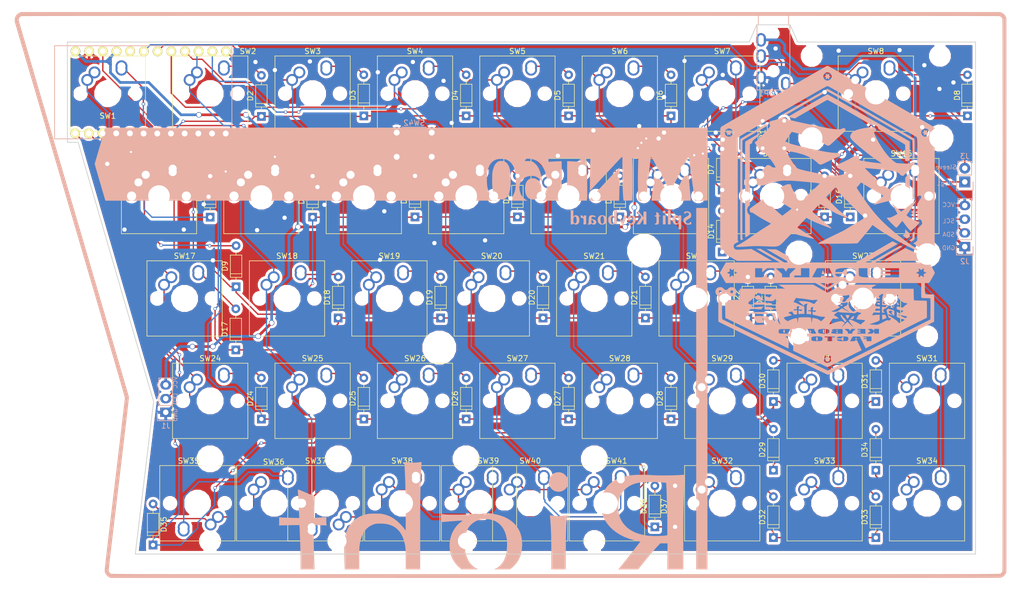
<source format=kicad_pcb>
(kicad_pcb (version 4) (host pcbnew 4.0.7)
  (layers (0 F.Cu signal) (31 B.Cu signal) (34 B.Paste user) (35 F.Paste user) (36 B.SilkS user) (37 F.SilkS user) (38 B.Mask user) (39 F.Mask user) (44 Edge.Cuts user))
  (net 0 "")
  (net 1 Row0)
  (net 2 "Net-(D1-Pad2)")
  (net 3 "Net-(D2-Pad2)")
  (net 4 "Net-(D3-Pad2)")
  (net 5 "Net-(D4-Pad2)")
  (net 6 "Net-(D5-Pad2)")
  (net 7 "Net-(D6-Pad2)")
  (net 8 Row1)
  (net 9 "Net-(D7-Pad2)")
  (net 10 "Net-(D8-Pad2)")
  (net 11 "Net-(D9-Pad2)")
  (net 12 "Net-(D10-Pad2)")
  (net 13 "Net-(D11-Pad2)")
  (net 14 "Net-(D12-Pad2)")
  (net 15 Row2)
  (net 16 "Net-(D13-Pad2)")
  (net 17 "Net-(D14-Pad2)")
  (net 18 "Net-(D15-Pad2)")
  (net 19 "Net-(D16-Pad2)")
  (net 20 "Net-(D17-Pad2)")
  (net 21 "Net-(D18-Pad2)")
  (net 22 Row3)
  (net 23 "Net-(D19-Pad2)")
  (net 24 "Net-(D20-Pad2)")
  (net 25 "Net-(D21-Pad2)")
  (net 26 "Net-(D22-Pad2)")
  (net 27 "Net-(D23-Pad2)")
  (net 28 "Net-(D24-Pad2)")
  (net 29 Row4)
  (net 30 "Net-(D25-Pad2)")
  (net 31 "Net-(D26-Pad2)")
  (net 32 "Net-(D27-Pad2)")
  (net 33 "Net-(D28-Pad2)")
  (net 34 "Net-(D29-Pad2)")
  (net 35 GND)
  (net 36 +5V)
  (net 37 SDA)
  (net 38 SCL)
  (net 39 LED)
  (net 40 Data)
  (net 41 Col0)
  (net 42 Col1)
  (net 43 Col2)
  (net 44 Col3)
  (net 45 Col4)
  (net 46 Col5)
  (net 47 Reset)
  (net 48 "Net-(U1-Pad20)")
  (net 49 "Net-(D30-Pad2)")
  (net 50 "Net-(D31-Pad2)")
  (net 51 "Net-(D32-Pad2)")
  (net 52 "Net-(D33-Pad2)")
  (net 53 "Net-(D34-Pad2)")
  (net 54 "Net-(D35-Pad2)")
  (net 55 "Net-(D36-Pad2)")
  (net 56 "Net-(D37-Pad2)")
  (net 57 Col6)
  (net 58 Col7)
  (net 59 "Net-(J3-Pad1)")
  (net 60 "Net-(J3-Pad2)")
  (module Mint60:SW_Cherry_Matias_1.00u_PCB (layer F.Cu) (at 50 34.875)
    (fp_text reference SW1 (at 0 4.125) (layer F.SilkS))
    (fp_text value SW_Push)
    (pad 1 thru_hole circle (at 2.54 -4.445) (size 2.2 2.2) (drill 1.5) (layers *.Cu *.Mask) (net 41 Col0))
    (pad 2 thru_hole circle (at -2.46 -3.945) (size 2.2 2.2) (drill 1.5) (layers *.Cu *.Mask) (net 2 "Net-(D1-Pad2)"))
    (pad "" np_thru_hole circle (at 0 0) (size 4 4) (drill 4) (layers *.Cu *.Mask))
    (pad "" np_thru_hole circle (at -5.08 0) (size 1.7 1.7) (drill 1.7) (layers *.Cu *.Mask))
    (pad "" np_thru_hole circle (at 5.08 0) (size 1.7 1.7) (drill 1.7) (layers *.Cu *.Mask))
    (pad 2 thru_hole circle (at -3.81 -2.54) (size 2.2 2.2) (drill 1.5) (layers *.Cu *.Mask) (net 2 "Net-(D1-Pad2)"))
    (pad 1 thru_hole circle (at 2.54 -5.08) (size 2.2 2.2) (drill 1.5) (layers *.Cu *.Mask) (net 41 Col0))
  )
  (module Mint60:SW_Cherry_Matias_2.00u_PCB (layer F.Cu) (at 192.5 34.875)
    (fp_text reference SW8 (at 0 -7.874) (layer F.SilkS))
    (fp_text value SW_Push)
    (pad 1 thru_hole circle (at 2.54 -4.445) (size 2.2 2.2) (drill 1.5) (layers *.Cu *.Mask) (net 10 "Net-(D8-Pad2)"))
    (pad 2 thru_hole circle (at -3.81 -2.54) (size 2.2 2.2) (drill 1.5) (layers *.Cu *.Mask) (net 58 Col7))
    (pad "" np_thru_hole circle (at 0 0) (size 4 4) (drill 4) (layers *.Cu *.Mask))
    (pad "" np_thru_hole circle (at -5.08 0) (size 1.7 1.7) (drill 1.7) (layers *.Cu *.Mask))
    (pad "" np_thru_hole circle (at 5.08 0) (size 1.7 1.7) (drill 1.7) (layers *.Cu *.Mask))
    (pad "" np_thru_hole circle (at 11.9 8.24) (size 4 4) (drill 4) (layers *.Cu *.Mask))
    (pad "" np_thru_hole circle (at -11.9 8.24) (size 4 4) (drill 4) (layers *.Cu *.Mask))
    (pad "" np_thru_hole circle (at -11.9 -7) (size 3.05 3.05) (drill 3.05) (layers *.Cu *.Mask))
    (pad "" np_thru_hole circle (at 11.9 -7) (size 3.05 3.05) (drill 3.05) (layers *.Cu *.Mask))
    (pad 1 thru_hole circle (at 2.54 -5.08) (size 2.2 2.2) (drill 1.5) (layers *.Cu *.Mask) (net 10 "Net-(D8-Pad2)"))
    (pad 2 thru_hole circle (at -2.46 -3.945) (size 2.2 2.2) (drill 1.5) (layers *.Cu *.Mask) (net 58 Col7))
  )
  (module Pin_Headers:Pin_Header_Straight_1x03 (layer B.Cu) (at 60.75 94)
    (fp_text reference J1 (at 0 2.5) (layer B.SilkS) (effects (justify mirror)))
    (fp_text value Conn_01x03)
    (pad 1 thru_hole rect (at 0 0) (size 2.032 1.7272) (drill 1.016) (layers *.Cu *.Mask) (net 35 GND))
    (pad 2 thru_hole oval (at 0 -2.54) (size 2.032 1.7272) (drill 1.016) (layers *.Cu *.Mask) (net 39 LED))
    (pad 3 thru_hole oval (at 0 -5.08) (size 2.032 1.7272) (drill 1.016) (layers *.Cu *.Mask) (net 36 +5V))
  )
  (module Mint60:Diode (layer F.Cu) (at 73.75 82.42 90)
    (fp_text reference D17 (at 3.81 -2.06 90) (layer F.SilkS))
    (fp_text value D)
    (pad 1 thru_hole rect (at 0 0 90) (size 1.6 1.6) (drill 0.8) (layers *.Cu *.Mask) (net 15 Row2))
    (pad 2 thru_hole oval (at 7.62 0 90) (size 1.6 1.6) (drill 0.8) (layers *.Cu *.Mask) (net 20 "Net-(D17-Pad2)"))
  )
  (module Mint60:SW_Cherry_Matias_1.00u_PCB (layer F.Cu) (at 69 91.875)
    (fp_text reference SW24 (at 0 -7.874) (layer F.SilkS))
    (fp_text value SW_Push)
    (pad 1 thru_hole circle (at 2.54 -4.445) (size 2.2 2.2) (drill 1.5) (layers *.Cu *.Mask) (net 28 "Net-(D24-Pad2)"))
    (pad 2 thru_hole circle (at -2.46 -3.945) (size 2.2 2.2) (drill 1.5) (layers *.Cu *.Mask) (net 41 Col0))
    (pad "" np_thru_hole circle (at 0 0) (size 4 4) (drill 4) (layers *.Cu *.Mask))
    (pad "" np_thru_hole circle (at -5.08 0) (size 1.7 1.7) (drill 1.7) (layers *.Cu *.Mask))
    (pad "" np_thru_hole circle (at 5.08 0) (size 1.7 1.7) (drill 1.7) (layers *.Cu *.Mask))
    (pad 2 thru_hole circle (at -3.81 -2.54) (size 2.2 2.2) (drill 1.5) (layers *.Cu *.Mask) (net 41 Col0))
    (pad 1 thru_hole circle (at 2.54 -5.08) (size 2.2 2.2) (drill 1.5) (layers *.Cu *.Mask) (net 28 "Net-(D24-Pad2)"))
  )
  (module Mint60:Diode (layer F.Cu) (at 173 76.5 90)
    (fp_text reference D23 (at 3.81 -2.06 90) (layer F.SilkS))
    (fp_text value D)
    (pad 1 thru_hole rect (at 0 0 90) (size 1.6 1.6) (drill 0.8) (layers *.Cu *.Mask) (net 15 Row2))
    (pad 2 thru_hole oval (at 7.62 0 90) (size 1.6 1.6) (drill 0.8) (layers *.Cu *.Mask) (net 27 "Net-(D23-Pad2)"))
  )
  (module Mint60:SW_Cherry_Matias_1.00u_PCB (layer F.Cu) (at 145 34.875)
    (fp_text reference SW6 (at 0 -7.874) (layer F.SilkS))
    (fp_text value SW_Push)
    (pad 1 thru_hole circle (at 2.54 -4.445) (size 2.2 2.2) (drill 1.5) (layers *.Cu *.Mask) (net 7 "Net-(D6-Pad2)"))
    (pad 2 thru_hole circle (at -2.46 -3.945) (size 2.2 2.2) (drill 1.5) (layers *.Cu *.Mask) (net 46 Col5))
    (pad "" np_thru_hole circle (at 0 0) (size 4 4) (drill 4) (layers *.Cu *.Mask))
    (pad "" np_thru_hole circle (at -5.08 0) (size 1.7 1.7) (drill 1.7) (layers *.Cu *.Mask))
    (pad "" np_thru_hole circle (at 5.08 0) (size 1.7 1.7) (drill 1.7) (layers *.Cu *.Mask))
    (pad 2 thru_hole circle (at -3.81 -2.54) (size 2.2 2.2) (drill 1.5) (layers *.Cu *.Mask) (net 46 Col5))
    (pad 1 thru_hole circle (at 2.54 -5.08) (size 2.2 2.2) (drill 1.5) (layers *.Cu *.Mask) (net 7 "Net-(D6-Pad2)"))
  )
  (module Mint60:SW_Cherry_Matias_1.00u_PCB (layer F.Cu) (at 197.25 53.875)
    (fp_text reference SW16 (at 0 -7.874) (layer F.SilkS))
    (fp_text value SW_Push)
    (pad 1 thru_hole circle (at 2.54 -4.445) (size 2.2 2.2) (drill 1.5) (layers *.Cu *.Mask) (net 58 Col7))
    (pad 2 thru_hole circle (at -2.46 -3.945) (size 2.2 2.2) (drill 1.5) (layers *.Cu *.Mask) (net 19 "Net-(D16-Pad2)"))
    (pad "" np_thru_hole circle (at 0 0) (size 4 4) (drill 4) (layers *.Cu *.Mask))
    (pad "" np_thru_hole circle (at -5.08 0) (size 1.7 1.7) (drill 1.7) (layers *.Cu *.Mask))
    (pad "" np_thru_hole circle (at 5.08 0) (size 1.7 1.7) (drill 1.7) (layers *.Cu *.Mask))
    (pad 2 thru_hole circle (at -3.81 -2.54) (size 2.2 2.2) (drill 1.5) (layers *.Cu *.Mask) (net 19 "Net-(D16-Pad2)"))
    (pad 1 thru_hole circle (at 2.54 -5.08) (size 2.2 2.2) (drill 1.5) (layers *.Cu *.Mask) (net 58 Col7))
  )
  (module Mint60:SW_Cherry_Matias_1.00u_PCB (layer F.Cu) (at 183 91.875)
    (fp_text reference SW30 (at 0 -7.874) (layer F.SilkS))
    (fp_text value SW_Push)
    (pad 1 thru_hole circle (at 2.54 -4.445) (size 2.2 2.2) (drill 1.5) (layers *.Cu *.Mask) (net 57 Col6))
    (pad 2 thru_hole circle (at -2.46 -3.945) (size 2.2 2.2) (drill 1.5) (layers *.Cu *.Mask) (net 49 "Net-(D30-Pad2)"))
    (pad "" np_thru_hole circle (at 0 0) (size 4 4) (drill 4) (layers *.Cu *.Mask))
    (pad "" np_thru_hole circle (at -5.08 0) (size 1.7 1.7) (drill 1.7) (layers *.Cu *.Mask))
    (pad "" np_thru_hole circle (at 5.08 0) (size 1.7 1.7) (drill 1.7) (layers *.Cu *.Mask))
    (pad 2 thru_hole circle (at -3.81 -2.54) (size 2.2 2.2) (drill 1.5) (layers *.Cu *.Mask) (net 49 "Net-(D30-Pad2)"))
    (pad 1 thru_hole circle (at 2.54 -5.08) (size 2.2 2.2) (drill 1.5) (layers *.Cu *.Mask) (net 57 Col6))
  )
  (module Mint60:SW_Cherry_Matias_1.00u_PCB (layer F.Cu) (at 154.5 53.875)
    (fp_text reference SW14 (at 0 -7.874) (layer F.SilkS))
    (fp_text value SW_Push)
    (pad 1 thru_hole circle (at 2.54 -4.445) (size 2.2 2.2) (drill 1.5) (layers *.Cu *.Mask) (net 17 "Net-(D14-Pad2)"))
    (pad 2 thru_hole circle (at -2.46 -3.945) (size 2.2 2.2) (drill 1.5) (layers *.Cu *.Mask) (net 46 Col5))
    (pad "" np_thru_hole circle (at 0 0) (size 4 4) (drill 4) (layers *.Cu *.Mask))
    (pad "" np_thru_hole circle (at -5.08 0) (size 1.7 1.7) (drill 1.7) (layers *.Cu *.Mask))
    (pad "" np_thru_hole circle (at 5.08 0) (size 1.7 1.7) (drill 1.7) (layers *.Cu *.Mask))
    (pad 2 thru_hole circle (at -3.81 -2.54) (size 2.2 2.2) (drill 1.5) (layers *.Cu *.Mask) (net 46 Col5))
    (pad 1 thru_hole circle (at 2.54 -5.08) (size 2.2 2.2) (drill 1.5) (layers *.Cu *.Mask) (net 17 "Net-(D14-Pad2)"))
  )
  (module Mint60:ProMicro-Flip (layer F.Cu) (at 57.91 34.62 90)
    (fp_text reference U1 hide)
    (fp_text value ProMicro hide)
    (pad 13 thru_hole circle (at 7.59 14.03) (size 1.8 1.8) (drill 1.1) (layers *.Cu *.Mask F.SilkS) (net 46 Col5))
    (pad 14 thru_hole circle (at 7.59 11.49) (size 1.8 1.8) (drill 1.1) (layers *.Cu *.Mask F.SilkS) (net 45 Col4))
    (pad 15 thru_hole circle (at 7.59 8.95) (size 1.8 1.8) (drill 1.1) (layers *.Cu *.Mask F.SilkS) (net 42 Col1))
    (pad 16 thru_hole circle (at 7.59 6.41) (size 1.8 1.8) (drill 1.1) (layers *.Cu *.Mask F.SilkS) (net 43 Col2))
    (pad 17 thru_hole circle (at 7.59 3.87) (size 1.8 1.8) (drill 1.1) (layers *.Cu *.Mask F.SilkS) (net 44 Col3))
    (pad 18 thru_hole circle (at 7.59 1.33) (size 1.8 1.8) (drill 1.1) (layers *.Cu *.Mask F.SilkS) (net 57 Col6))
    (pad 19 thru_hole circle (at 7.59 -1.21) (size 1.8 1.8) (drill 1.1) (layers *.Cu *.Mask F.SilkS) (net 58 Col7))
    (pad 20 thru_hole circle (at 7.62 -3.75) (size 1.8 1.8) (drill 1.1) (layers *.Cu *.Mask F.SilkS) (net 48 "Net-(U1-Pad20)"))
    (pad 21 thru_hole circle (at 7.62 -6.29) (size 1.8 1.8) (drill 1.1) (layers *.Cu *.Mask F.SilkS) (net 36 +5V))
    (pad 22 thru_hole circle (at 7.62 -8.83) (size 1.8 1.8) (drill 1.1) (layers *.Cu *.Mask F.SilkS) (net 47 Reset))
    (pad 23 thru_hole circle (at 7.62 -11.37) (size 1.8 1.8) (drill 1.1) (layers *.Cu *.Mask F.SilkS) (net 35 GND))
    (pad 24 thru_hole circle (at 7.62 -13.91) (size 1.8 1.8) (drill 1.1) (layers *.Cu *.Mask F.SilkS) (net 36 +5V))
    (pad 1 thru_hole circle (at -7.62 -13.97) (size 1.8 1.8) (drill 1.1) (layers *.Cu *.Mask F.SilkS) (net 39 LED))
    (pad 2 thru_hole circle (at -7.62 -11.43) (size 1.8 1.8) (drill 1.1) (layers *.Cu *.Mask F.SilkS) (net 40 Data))
    (pad 3 thru_hole circle (at -7.62 -8.89) (size 1.8 1.8) (drill 1.1) (layers *.Cu *.Mask F.SilkS) (net 35 GND))
    (pad 4 thru_hole circle (at -7.62 -6.35) (size 1.8 1.8) (drill 1.1) (layers *.Cu *.Mask F.SilkS) (net 35 GND))
    (pad 5 thru_hole circle (at -7.62 -3.81) (size 1.8 1.8) (drill 1.1) (layers *.Cu *.Mask F.SilkS) (net 37 SDA))
    (pad 6 thru_hole circle (at -7.65 -1.27) (size 1.8 1.8) (drill 1.1) (layers *.Cu *.Mask F.SilkS) (net 38 SCL))
    (pad 7 thru_hole circle (at -7.65 1.27) (size 1.8 1.8) (drill 1.1) (layers *.Cu *.Mask F.SilkS) (net 41 Col0))
    (pad 8 thru_hole circle (at -7.65 3.81) (size 1.8 1.8) (drill 1.1) (layers *.Cu *.Mask F.SilkS) (net 1 Row0))
    (pad 9 thru_hole circle (at -7.65 6.35) (size 1.8 1.8) (drill 1.1) (layers *.Cu *.Mask F.SilkS) (net 8 Row1))
    (pad 10 thru_hole circle (at -7.65 8.89) (size 1.8 1.8) (drill 1.1) (layers *.Cu *.Mask F.SilkS) (net 15 Row2))
    (pad 11 thru_hole circle (at -7.65 11.43) (size 1.8 1.8) (drill 1.1) (layers *.Cu *.Mask F.SilkS) (net 22 Row3))
    (pad 12 thru_hole circle (at -7.65 13.97) (size 1.8 1.8) (drill 1.1) (layers *.Cu *.Mask F.SilkS) (net 29 Row4))
  )
  (module Mint60:Diode (layer F.Cu) (at 69 57.8 90)
    (fp_text reference D1 (at 3.81 -2.06 90) (layer F.SilkS))
    (fp_text value D)
    (pad 1 thru_hole rect (at 0 0 90) (size 1.6 1.6) (drill 0.8) (layers *.Cu *.Mask) (net 1 Row0))
    (pad 2 thru_hole oval (at 7.62 0 90) (size 1.6 1.6) (drill 0.8) (layers *.Cu *.Mask) (net 2 "Net-(D1-Pad2)"))
  )
  (module Mint60:Diode (layer F.Cu) (at 78.5 39.1 90)
    (fp_text reference D2 (at 3.81 -2.06 90) (layer F.SilkS))
    (fp_text value D)
    (pad 1 thru_hole rect (at 0 0 90) (size 1.6 1.6) (drill 0.8) (layers *.Cu *.Mask) (net 1 Row0))
    (pad 2 thru_hole oval (at 7.62 0 90) (size 1.6 1.6) (drill 0.8) (layers *.Cu *.Mask) (net 3 "Net-(D2-Pad2)"))
  )
  (module Mint60:Diode (layer F.Cu) (at 97.5 39 90)
    (fp_text reference D3 (at 3.81 -2.06 90) (layer F.SilkS))
    (fp_text value D)
    (pad 1 thru_hole rect (at 0 0 90) (size 1.6 1.6) (drill 0.8) (layers *.Cu *.Mask) (net 1 Row0))
    (pad 2 thru_hole oval (at 7.62 0 90) (size 1.6 1.6) (drill 0.8) (layers *.Cu *.Mask) (net 4 "Net-(D3-Pad2)"))
  )
  (module Mint60:Diode (layer F.Cu) (at 116.5 39 90)
    (fp_text reference D4 (at 3.81 -2.06 90) (layer F.SilkS))
    (fp_text value D)
    (pad 1 thru_hole rect (at 0 0 90) (size 1.6 1.6) (drill 0.8) (layers *.Cu *.Mask) (net 1 Row0))
    (pad 2 thru_hole oval (at 7.62 0 90) (size 1.6 1.6) (drill 0.8) (layers *.Cu *.Mask) (net 5 "Net-(D4-Pad2)"))
  )
  (module Mint60:Diode (layer F.Cu) (at 135.5 39 90)
    (fp_text reference D5 (at 3.81 -2.06 90) (layer F.SilkS))
    (fp_text value D)
    (pad 1 thru_hole rect (at 0 0 90) (size 1.6 1.6) (drill 0.8) (layers *.Cu *.Mask) (net 1 Row0))
    (pad 2 thru_hole oval (at 7.62 0 90) (size 1.6 1.6) (drill 0.8) (layers *.Cu *.Mask) (net 6 "Net-(D5-Pad2)"))
  )
  (module Mint60:Diode (layer F.Cu) (at 154.5 39 90)
    (fp_text reference D6 (at 3.81 -2.06 90) (layer F.SilkS))
    (fp_text value D)
    (pad 1 thru_hole rect (at 0 0 90) (size 1.6 1.6) (drill 0.8) (layers *.Cu *.Mask) (net 1 Row0))
    (pad 2 thru_hole oval (at 7.62 0 90) (size 1.6 1.6) (drill 0.8) (layers *.Cu *.Mask) (net 7 "Net-(D6-Pad2)"))
  )
  (module Mint60:Diode (layer F.Cu) (at 164 52.75 90)
    (fp_text reference D7 (at 3.81 -2.06 90) (layer F.SilkS))
    (fp_text value D)
    (pad 1 thru_hole rect (at 0 0 90) (size 1.6 1.6) (drill 0.8) (layers *.Cu *.Mask) (net 1 Row0))
    (pad 2 thru_hole oval (at 7.62 0 90) (size 1.6 1.6) (drill 0.8) (layers *.Cu *.Mask) (net 9 "Net-(D7-Pad2)"))
  )
  (module Mint60:Diode (layer F.Cu) (at 209.5 39 90)
    (fp_text reference D8 (at 3.81 -1.9 90) (layer F.SilkS))
    (fp_text value D)
    (pad 1 thru_hole rect (at 0 0 90) (size 1.6 1.6) (drill 0.8) (layers *.Cu *.Mask) (net 1 Row0))
    (pad 2 thru_hole oval (at 7.62 0 90) (size 1.6 1.6) (drill 0.8) (layers *.Cu *.Mask) (net 10 "Net-(D8-Pad2)"))
  )
  (module Mint60:Diode (layer F.Cu) (at 73.8 70.7 90)
    (fp_text reference D9 (at 3.81 -2.06 90) (layer F.SilkS))
    (fp_text value D)
    (pad 1 thru_hole rect (at 0 0 90) (size 1.6 1.6) (drill 0.8) (layers *.Cu *.Mask) (net 8 Row1))
    (pad 2 thru_hole oval (at 7.62 0 90) (size 1.6 1.6) (drill 0.8) (layers *.Cu *.Mask) (net 11 "Net-(D9-Pad2)"))
  )
  (module Mint60:Diode (layer F.Cu) (at 88 57.8 90)
    (fp_text reference D10 (at 3.81 -2.06 90) (layer F.SilkS))
    (fp_text value D)
    (pad 1 thru_hole rect (at 0 0 90) (size 1.6 1.6) (drill 0.8) (layers *.Cu *.Mask) (net 8 Row1))
    (pad 2 thru_hole oval (at 7.62 0 90) (size 1.6 1.6) (drill 0.8) (layers *.Cu *.Mask) (net 12 "Net-(D10-Pad2)"))
  )
  (module Mint60:Diode (layer F.Cu) (at 107 57.75 90)
    (fp_text reference D11 (at 3.81 -2.06 90) (layer F.SilkS))
    (fp_text value D)
    (pad 1 thru_hole rect (at 0 0 90) (size 1.6 1.6) (drill 0.8) (layers *.Cu *.Mask) (net 8 Row1))
    (pad 2 thru_hole oval (at 7.62 0 90) (size 1.6 1.6) (drill 0.8) (layers *.Cu *.Mask) (net 13 "Net-(D11-Pad2)"))
  )
  (module Mint60:Diode (layer F.Cu) (at 126 57.75 90)
    (fp_text reference D12 (at 3.81 -2.06 90) (layer F.SilkS))
    (fp_text value D)
    (pad 1 thru_hole rect (at 0 0 90) (size 1.6 1.6) (drill 0.8) (layers *.Cu *.Mask) (net 8 Row1))
    (pad 2 thru_hole oval (at 7.62 0 90) (size 1.6 1.6) (drill 0.8) (layers *.Cu *.Mask) (net 14 "Net-(D12-Pad2)"))
  )
  (module Mint60:Diode (layer F.Cu) (at 145 57.75 90)
    (fp_text reference D13 (at 3.81 -2.06 90) (layer F.SilkS))
    (fp_text value D)
    (pad 1 thru_hole rect (at 0 0 90) (size 1.6 1.6) (drill 0.8) (layers *.Cu *.Mask) (net 8 Row1))
    (pad 2 thru_hole oval (at 7.62 0 90) (size 1.6 1.6) (drill 0.8) (layers *.Cu *.Mask) (net 16 "Net-(D13-Pad2)"))
  )
  (module Mint60:Diode (layer F.Cu) (at 164 64.25 90)
    (fp_text reference D14 (at 3.81 -2.06 90) (layer F.SilkS))
    (fp_text value D)
    (pad 1 thru_hole rect (at 0 0 90) (size 1.6 1.6) (drill 0.8) (layers *.Cu *.Mask) (net 8 Row1))
    (pad 2 thru_hole oval (at 7.62 0 90) (size 1.6 1.6) (drill 0.8) (layers *.Cu *.Mask) (net 17 "Net-(D14-Pad2)"))
  )
  (module Mint60:Diode (layer F.Cu) (at 183 57.75 90)
    (fp_text reference D15 (at 3.81 -2.06 90) (layer F.SilkS))
    (fp_text value D)
    (pad 1 thru_hole rect (at 0 0 90) (size 1.6 1.6) (drill 0.8) (layers *.Cu *.Mask) (net 8 Row1))
    (pad 2 thru_hole oval (at 7.62 0 90) (size 1.6 1.6) (drill 0.8) (layers *.Cu *.Mask) (net 18 "Net-(D15-Pad2)"))
  )
  (module Mint60:Diode (layer F.Cu) (at 187.75 57.75 90)
    (fp_text reference D16 (at 3.81 -2.06 90) (layer F.SilkS))
    (fp_text value D)
    (pad 1 thru_hole rect (at 0 0 90) (size 1.6 1.6) (drill 0.8) (layers *.Cu *.Mask) (net 8 Row1))
    (pad 2 thru_hole oval (at 7.62 0 90) (size 1.6 1.6) (drill 0.8) (layers *.Cu *.Mask) (net 19 "Net-(D16-Pad2)"))
  )
  (module Mint60:Diode (layer F.Cu) (at 92.75 76.5 90)
    (fp_text reference D18 (at 3.81 -2.06 90) (layer F.SilkS))
    (fp_text value D)
    (pad 1 thru_hole rect (at 0 0 90) (size 1.6 1.6) (drill 0.8) (layers *.Cu *.Mask) (net 15 Row2))
    (pad 2 thru_hole oval (at 7.62 0 90) (size 1.6 1.6) (drill 0.8) (layers *.Cu *.Mask) (net 21 "Net-(D18-Pad2)"))
  )
  (module Mint60:Diode (layer F.Cu) (at 111.75 76.5 90)
    (fp_text reference D19 (at 3.81 -2.06 90) (layer F.SilkS))
    (fp_text value D)
    (pad 1 thru_hole rect (at 0 0 90) (size 1.6 1.6) (drill 0.8) (layers *.Cu *.Mask) (net 15 Row2))
    (pad 2 thru_hole oval (at 7.62 0 90) (size 1.6 1.6) (drill 0.8) (layers *.Cu *.Mask) (net 23 "Net-(D19-Pad2)"))
  )
  (module Mint60:Diode (layer F.Cu) (at 130.75 76.5 90)
    (fp_text reference D20 (at 3.81 -2.06 90) (layer F.SilkS))
    (fp_text value D)
    (pad 1 thru_hole rect (at 0 0 90) (size 1.6 1.6) (drill 0.8) (layers *.Cu *.Mask) (net 15 Row2))
    (pad 2 thru_hole oval (at 7.62 0 90) (size 1.6 1.6) (drill 0.8) (layers *.Cu *.Mask) (net 24 "Net-(D20-Pad2)"))
  )
  (module Mint60:Diode (layer F.Cu) (at 149.75 76.5 90)
    (fp_text reference D21 (at 3.81 -2.06 90) (layer F.SilkS))
    (fp_text value D)
    (pad 1 thru_hole rect (at 0 0 90) (size 1.6 1.6) (drill 0.8) (layers *.Cu *.Mask) (net 15 Row2))
    (pad 2 thru_hole oval (at 7.62 0 90) (size 1.6 1.6) (drill 0.8) (layers *.Cu *.Mask) (net 25 "Net-(D21-Pad2)"))
  )
  (module Mint60:Diode (layer F.Cu) (at 168.75 76.5 90)
    (fp_text reference D22 (at 3.81 -2.06 90) (layer F.SilkS))
    (fp_text value D)
    (pad 1 thru_hole rect (at 0 0 90) (size 1.6 1.6) (drill 0.8) (layers *.Cu *.Mask) (net 15 Row2))
    (pad 2 thru_hole oval (at 7.62 0 90) (size 1.6 1.6) (drill 0.8) (layers *.Cu *.Mask) (net 26 "Net-(D22-Pad2)"))
  )
  (module Mint60:Diode (layer F.Cu) (at 78.5 95.25 90)
    (fp_text reference D24 (at 3.81 -2.06 90) (layer F.SilkS))
    (fp_text value D)
    (pad 1 thru_hole rect (at 0 0 90) (size 1.6 1.6) (drill 0.8) (layers *.Cu *.Mask) (net 22 Row3))
    (pad 2 thru_hole oval (at 7.62 0 90) (size 1.6 1.6) (drill 0.8) (layers *.Cu *.Mask) (net 28 "Net-(D24-Pad2)"))
  )
  (module Mint60:Diode (layer F.Cu) (at 97.5 95.25 90)
    (fp_text reference D25 (at 3.81 -2.06 90) (layer F.SilkS))
    (fp_text value D)
    (pad 1 thru_hole rect (at 0 0 90) (size 1.6 1.6) (drill 0.8) (layers *.Cu *.Mask) (net 22 Row3))
    (pad 2 thru_hole oval (at 7.62 0 90) (size 1.6 1.6) (drill 0.8) (layers *.Cu *.Mask) (net 30 "Net-(D25-Pad2)"))
  )
  (module Mint60:Diode (layer F.Cu) (at 116.5 95.25 90)
    (fp_text reference D26 (at 3.81 -2.06 90) (layer F.SilkS))
    (fp_text value D)
    (pad 1 thru_hole rect (at 0 0 90) (size 1.6 1.6) (drill 0.8) (layers *.Cu *.Mask) (net 22 Row3))
    (pad 2 thru_hole oval (at 7.62 0 90) (size 1.6 1.6) (drill 0.8) (layers *.Cu *.Mask) (net 31 "Net-(D26-Pad2)"))
  )
  (module Mint60:Diode (layer F.Cu) (at 135.5 95.25 90)
    (fp_text reference D27 (at 3.81 -2.06 90) (layer F.SilkS))
    (fp_text value D)
    (pad 1 thru_hole rect (at 0 0 90) (size 1.6 1.6) (drill 0.8) (layers *.Cu *.Mask) (net 22 Row3))
    (pad 2 thru_hole oval (at 7.62 0 90) (size 1.6 1.6) (drill 0.8) (layers *.Cu *.Mask) (net 32 "Net-(D27-Pad2)"))
  )
  (module Mint60:Diode (layer F.Cu) (at 154.5 95.25 90)
    (fp_text reference D28 (at 3.81 -2.06 90) (layer F.SilkS))
    (fp_text value D)
    (pad 1 thru_hole rect (at 0 0 90) (size 1.6 1.6) (drill 0.8) (layers *.Cu *.Mask) (net 22 Row3))
    (pad 2 thru_hole oval (at 7.62 0 90) (size 1.6 1.6) (drill 0.8) (layers *.Cu *.Mask) (net 33 "Net-(D28-Pad2)"))
  )
  (module Mint60:Diode (layer F.Cu) (at 173.5 104.75 90)
    (fp_text reference D29 (at 3.81 -2.06 90) (layer F.SilkS))
    (fp_text value D)
    (pad 1 thru_hole rect (at 0 0 90) (size 1.6 1.6) (drill 0.8) (layers *.Cu *.Mask) (net 22 Row3))
    (pad 2 thru_hole oval (at 7.62 0 90) (size 1.6 1.6) (drill 0.8) (layers *.Cu *.Mask) (net 34 "Net-(D29-Pad2)"))
  )
  (module Pin_Headers:Pin_Header_Straight_1x04 (layer B.Cu) (at 209 63.25)
    (fp_text reference J2 (at 0 2.75) (layer B.SilkS) (effects (justify mirror)))
    (fp_text value Conn_01x04)
    (pad 1 thru_hole rect (at 0 0) (size 2.032 1.7272) (drill 1.016) (layers *.Cu *.Mask) (net 35 GND))
    (pad 2 thru_hole oval (at 0 -2.54) (size 2.032 1.7272) (drill 1.016) (layers *.Cu *.Mask) (net 37 SDA))
    (pad 3 thru_hole oval (at 0 -5.08) (size 2.032 1.7272) (drill 1.016) (layers *.Cu *.Mask) (net 38 SCL))
    (pad 4 thru_hole oval (at 0 -7.62) (size 2.032 1.7272) (drill 1.016) (layers *.Cu *.Mask) (net 36 +5V))
  )
  (module Resistors_THT:R_Axial_DIN0204_L3.6mm_D1.6mm_P5.08mm_Horizontal (layer F.Cu) (at 171.5 39.92 270)
    (fp_text reference R1 (at 2.54 0 270) (layer F.SilkS))
    (fp_text value R)
    (pad 1 thru_hole circle (at 0 0 270) (size 1.4 1.4) (drill 0.7) (layers *.Cu *.Mask) (net 36 +5V))
    (pad 2 thru_hole oval (at 5.08 0 270) (size 1.4 1.4) (drill 0.7) (layers *.Cu *.Mask) (net 37 SDA))
  )
  (module Resistors_THT:R_Axial_DIN0204_L3.6mm_D1.6mm_P5.08mm_Horizontal (layer F.Cu) (at 175.5 45 90)
    (fp_text reference R2 (at 2.48 0 90) (layer F.SilkS))
    (fp_text value R)
    (pad 1 thru_hole circle (at 0 0 90) (size 1.4 1.4) (drill 0.7) (layers *.Cu *.Mask) (net 38 SCL))
    (pad 2 thru_hole oval (at 5.08 0 90) (size 1.4 1.4) (drill 0.7) (layers *.Cu *.Mask) (net 36 +5V))
  )
  (module Mint60:SW_Cherry_Matias_1.00u_PCB (layer F.Cu) (at 69 34.875)
    (fp_text reference SW2 (at 7 -7.875) (layer F.SilkS))
    (fp_text value SW_Push)
    (pad 1 thru_hole circle (at 2.54 -4.445) (size 2.2 2.2) (drill 1.5) (layers *.Cu *.Mask) (net 3 "Net-(D2-Pad2)"))
    (pad 2 thru_hole circle (at -2.46 -3.945) (size 2.2 2.2) (drill 1.5) (layers *.Cu *.Mask) (net 42 Col1))
    (pad "" np_thru_hole circle (at 0 0) (size 4 4) (drill 4) (layers *.Cu *.Mask))
    (pad "" np_thru_hole circle (at -5.08 0) (size 1.7 1.7) (drill 1.7) (layers *.Cu *.Mask))
    (pad "" np_thru_hole circle (at 5.08 0) (size 1.7 1.7) (drill 1.7) (layers *.Cu *.Mask))
    (pad 2 thru_hole circle (at -3.81 -2.54) (size 2.2 2.2) (drill 1.5) (layers *.Cu *.Mask) (net 42 Col1))
    (pad 1 thru_hole circle (at 2.54 -5.08) (size 2.2 2.2) (drill 1.5) (layers *.Cu *.Mask) (net 3 "Net-(D2-Pad2)"))
  )
  (module Mint60:SW_Cherry_Matias_1.00u_PCB (layer F.Cu) (at 88 34.875)
    (fp_text reference SW3 (at 0 -7.874) (layer F.SilkS))
    (fp_text value SW_Push)
    (pad 1 thru_hole circle (at 2.54 -4.445) (size 2.2 2.2) (drill 1.5) (layers *.Cu *.Mask) (net 4 "Net-(D3-Pad2)"))
    (pad 2 thru_hole circle (at -2.46 -3.945) (size 2.2 2.2) (drill 1.5) (layers *.Cu *.Mask) (net 43 Col2))
    (pad "" np_thru_hole circle (at 0 0) (size 4 4) (drill 4) (layers *.Cu *.Mask))
    (pad "" np_thru_hole circle (at -5.08 0) (size 1.7 1.7) (drill 1.7) (layers *.Cu *.Mask))
    (pad "" np_thru_hole circle (at 5.08 0) (size 1.7 1.7) (drill 1.7) (layers *.Cu *.Mask))
    (pad 2 thru_hole circle (at -3.81 -2.54) (size 2.2 2.2) (drill 1.5) (layers *.Cu *.Mask) (net 43 Col2))
    (pad 1 thru_hole circle (at 2.54 -5.08) (size 2.2 2.2) (drill 1.5) (layers *.Cu *.Mask) (net 4 "Net-(D3-Pad2)"))
  )
  (module Mint60:SW_Cherry_Matias_1.00u_PCB (layer F.Cu) (at 107 34.875)
    (fp_text reference SW4 (at 0 -7.874) (layer F.SilkS))
    (fp_text value SW_Push)
    (pad 1 thru_hole circle (at 2.54 -4.445) (size 2.2 2.2) (drill 1.5) (layers *.Cu *.Mask) (net 5 "Net-(D4-Pad2)"))
    (pad 2 thru_hole circle (at -2.46 -3.945) (size 2.2 2.2) (drill 1.5) (layers *.Cu *.Mask) (net 44 Col3))
    (pad "" np_thru_hole circle (at 0 0) (size 4 4) (drill 4) (layers *.Cu *.Mask))
    (pad "" np_thru_hole circle (at -5.08 0) (size 1.7 1.7) (drill 1.7) (layers *.Cu *.Mask))
    (pad "" np_thru_hole circle (at 5.08 0) (size 1.7 1.7) (drill 1.7) (layers *.Cu *.Mask))
    (pad 2 thru_hole circle (at -3.81 -2.54) (size 2.2 2.2) (drill 1.5) (layers *.Cu *.Mask) (net 44 Col3))
    (pad 1 thru_hole circle (at 2.54 -5.08) (size 2.2 2.2) (drill 1.5) (layers *.Cu *.Mask) (net 5 "Net-(D4-Pad2)"))
  )
  (module Mint60:SW_Cherry_Matias_1.00u_PCB (layer F.Cu) (at 126 34.875)
    (fp_text reference SW5 (at 0 -7.874) (layer F.SilkS))
    (fp_text value SW_Push)
    (pad 1 thru_hole circle (at 2.54 -4.445) (size 2.2 2.2) (drill 1.5) (layers *.Cu *.Mask) (net 6 "Net-(D5-Pad2)"))
    (pad 2 thru_hole circle (at -2.46 -3.945) (size 2.2 2.2) (drill 1.5) (layers *.Cu *.Mask) (net 45 Col4))
    (pad "" np_thru_hole circle (at 0 0) (size 4 4) (drill 4) (layers *.Cu *.Mask))
    (pad "" np_thru_hole circle (at -5.08 0) (size 1.7 1.7) (drill 1.7) (layers *.Cu *.Mask))
    (pad "" np_thru_hole circle (at 5.08 0) (size 1.7 1.7) (drill 1.7) (layers *.Cu *.Mask))
    (pad 2 thru_hole circle (at -3.81 -2.54) (size 2.2 2.2) (drill 1.5) (layers *.Cu *.Mask) (net 45 Col4))
    (pad 1 thru_hole circle (at 2.54 -5.08) (size 2.2 2.2) (drill 1.5) (layers *.Cu *.Mask) (net 6 "Net-(D5-Pad2)"))
  )
  (module Mint60:SW_Cherry_Matias_1.00u_PCB (layer F.Cu) (at 164 34.875)
    (fp_text reference SW7 (at 0 -7.874) (layer F.SilkS))
    (fp_text value SW_Push)
    (pad 1 thru_hole circle (at 2.54 -4.445) (size 2.2 2.2) (drill 1.5) (layers *.Cu *.Mask) (net 57 Col6))
    (pad 2 thru_hole circle (at -2.46 -3.945) (size 2.2 2.2) (drill 1.5) (layers *.Cu *.Mask) (net 9 "Net-(D7-Pad2)"))
    (pad "" np_thru_hole circle (at 0 0) (size 4 4) (drill 4) (layers *.Cu *.Mask))
    (pad "" np_thru_hole circle (at -5.08 0) (size 1.7 1.7) (drill 1.7) (layers *.Cu *.Mask))
    (pad "" np_thru_hole circle (at 5.08 0) (size 1.7 1.7) (drill 1.7) (layers *.Cu *.Mask))
    (pad 2 thru_hole circle (at -3.81 -2.54) (size 2.2 2.2) (drill 1.5) (layers *.Cu *.Mask) (net 9 "Net-(D7-Pad2)"))
    (pad 1 thru_hole circle (at 2.54 -5.08) (size 2.2 2.2) (drill 1.5) (layers *.Cu *.Mask) (net 57 Col6))
  )
  (module Mint60:SW_Cherry_Matias_1.00u_PCB (layer F.Cu) (at 59.5 53.875)
    (fp_text reference SW9 (at 0 -7.874) (layer F.SilkS))
    (fp_text value SW_Push)
    (pad 1 thru_hole circle (at 2.54 -4.445) (size 2.2 2.2) (drill 1.5) (layers *.Cu *.Mask) (net 11 "Net-(D9-Pad2)"))
    (pad 2 thru_hole circle (at -2.46 -3.945) (size 2.2 2.2) (drill 1.5) (layers *.Cu *.Mask) (net 41 Col0))
    (pad "" np_thru_hole circle (at 0 0) (size 4 4) (drill 4) (layers *.Cu *.Mask))
    (pad "" np_thru_hole circle (at -5.08 0) (size 1.7 1.7) (drill 1.7) (layers *.Cu *.Mask))
    (pad "" np_thru_hole circle (at 5.08 0) (size 1.7 1.7) (drill 1.7) (layers *.Cu *.Mask))
    (pad 2 thru_hole circle (at -3.81 -2.54) (size 2.2 2.2) (drill 1.5) (layers *.Cu *.Mask) (net 41 Col0))
    (pad 1 thru_hole circle (at 2.54 -5.08) (size 2.2 2.2) (drill 1.5) (layers *.Cu *.Mask) (net 11 "Net-(D9-Pad2)"))
  )
  (module Mint60:SW_Cherry_Matias_1.00u_PCB (layer F.Cu) (at 78.5 53.875)
    (fp_text reference SW10 (at 0 -7.874) (layer F.SilkS))
    (fp_text value SW_Push)
    (pad 1 thru_hole circle (at 2.54 -4.445) (size 2.2 2.2) (drill 1.5) (layers *.Cu *.Mask) (net 12 "Net-(D10-Pad2)"))
    (pad 2 thru_hole circle (at -2.46 -3.945) (size 2.2 2.2) (drill 1.5) (layers *.Cu *.Mask) (net 42 Col1))
    (pad "" np_thru_hole circle (at 0 0) (size 4 4) (drill 4) (layers *.Cu *.Mask))
    (pad "" np_thru_hole circle (at -5.08 0) (size 1.7 1.7) (drill 1.7) (layers *.Cu *.Mask))
    (pad "" np_thru_hole circle (at 5.08 0) (size 1.7 1.7) (drill 1.7) (layers *.Cu *.Mask))
    (pad 2 thru_hole circle (at -3.81 -2.54) (size 2.2 2.2) (drill 1.5) (layers *.Cu *.Mask) (net 42 Col1))
    (pad 1 thru_hole circle (at 2.54 -5.08) (size 2.2 2.2) (drill 1.5) (layers *.Cu *.Mask) (net 12 "Net-(D10-Pad2)"))
  )
  (module Mint60:SW_Cherry_Matias_1.00u_PCB (layer F.Cu) (at 97.5 53.875)
    (fp_text reference SW11 (at 0 -7.874) (layer F.SilkS))
    (fp_text value SW_Push)
    (pad 1 thru_hole circle (at 2.54 -4.445) (size 2.2 2.2) (drill 1.5) (layers *.Cu *.Mask) (net 13 "Net-(D11-Pad2)"))
    (pad 2 thru_hole circle (at -2.46 -3.945) (size 2.2 2.2) (drill 1.5) (layers *.Cu *.Mask) (net 43 Col2))
    (pad "" np_thru_hole circle (at 0 0) (size 4 4) (drill 4) (layers *.Cu *.Mask))
    (pad "" np_thru_hole circle (at -5.08 0) (size 1.7 1.7) (drill 1.7) (layers *.Cu *.Mask))
    (pad "" np_thru_hole circle (at 5.08 0) (size 1.7 1.7) (drill 1.7) (layers *.Cu *.Mask))
    (pad 2 thru_hole circle (at -3.81 -2.54) (size 2.2 2.2) (drill 1.5) (layers *.Cu *.Mask) (net 43 Col2))
    (pad 1 thru_hole circle (at 2.54 -5.08) (size 2.2 2.2) (drill 1.5) (layers *.Cu *.Mask) (net 13 "Net-(D11-Pad2)"))
  )
  (module Mint60:SW_Cherry_Matias_1.00u_PCB (layer F.Cu) (at 116.5 53.875)
    (fp_text reference SW12 (at 0 -7.874) (layer F.SilkS))
    (fp_text value SW_Push)
    (pad 1 thru_hole circle (at 2.54 -4.445) (size 2.2 2.2) (drill 1.5) (layers *.Cu *.Mask) (net 14 "Net-(D12-Pad2)"))
    (pad 2 thru_hole circle (at -2.46 -3.945) (size 2.2 2.2) (drill 1.5) (layers *.Cu *.Mask) (net 44 Col3))
    (pad "" np_thru_hole circle (at 0 0) (size 4 4) (drill 4) (layers *.Cu *.Mask))
    (pad "" np_thru_hole circle (at -5.08 0) (size 1.7 1.7) (drill 1.7) (layers *.Cu *.Mask))
    (pad "" np_thru_hole circle (at 5.08 0) (size 1.7 1.7) (drill 1.7) (layers *.Cu *.Mask))
    (pad 2 thru_hole circle (at -3.81 -2.54) (size 2.2 2.2) (drill 1.5) (layers *.Cu *.Mask) (net 44 Col3))
    (pad 1 thru_hole circle (at 2.54 -5.08) (size 2.2 2.2) (drill 1.5) (layers *.Cu *.Mask) (net 14 "Net-(D12-Pad2)"))
  )
  (module Mint60:SW_Cherry_Matias_1.00u_PCB (layer F.Cu) (at 135.5 53.875)
    (fp_text reference SW13 (at 0 -7.874) (layer F.SilkS))
    (fp_text value SW_Push)
    (pad 1 thru_hole circle (at 2.54 -4.445) (size 2.2 2.2) (drill 1.5) (layers *.Cu *.Mask) (net 16 "Net-(D13-Pad2)"))
    (pad 2 thru_hole circle (at -2.46 -3.945) (size 2.2 2.2) (drill 1.5) (layers *.Cu *.Mask) (net 45 Col4))
    (pad "" np_thru_hole circle (at 0 0) (size 4 4) (drill 4) (layers *.Cu *.Mask))
    (pad "" np_thru_hole circle (at -5.08 0) (size 1.7 1.7) (drill 1.7) (layers *.Cu *.Mask))
    (pad "" np_thru_hole circle (at 5.08 0) (size 1.7 1.7) (drill 1.7) (layers *.Cu *.Mask))
    (pad 2 thru_hole circle (at -3.81 -2.54) (size 2.2 2.2) (drill 1.5) (layers *.Cu *.Mask) (net 45 Col4))
    (pad 1 thru_hole circle (at 2.54 -5.08) (size 2.2 2.2) (drill 1.5) (layers *.Cu *.Mask) (net 16 "Net-(D13-Pad2)"))
  )
  (module Mint60:SW_Cherry_Matias_1.00u_PCB (layer F.Cu) (at 173.5 53.875)
    (fp_text reference SW15 (at 0 -7.874) (layer F.SilkS))
    (fp_text value SW_Push)
    (pad 1 thru_hole circle (at 2.54 -4.445) (size 2.2 2.2) (drill 1.5) (layers *.Cu *.Mask) (net 18 "Net-(D15-Pad2)"))
    (pad 2 thru_hole circle (at -2.46 -3.945) (size 2.2 2.2) (drill 1.5) (layers *.Cu *.Mask) (net 57 Col6))
    (pad "" np_thru_hole circle (at 0 0) (size 4 4) (drill 4) (layers *.Cu *.Mask))
    (pad "" np_thru_hole circle (at -5.08 0) (size 1.7 1.7) (drill 1.7) (layers *.Cu *.Mask))
    (pad "" np_thru_hole circle (at 5.08 0) (size 1.7 1.7) (drill 1.7) (layers *.Cu *.Mask))
    (pad 2 thru_hole circle (at -3.81 -2.54) (size 2.2 2.2) (drill 1.5) (layers *.Cu *.Mask) (net 57 Col6))
    (pad 1 thru_hole circle (at 2.54 -5.08) (size 2.2 2.2) (drill 1.5) (layers *.Cu *.Mask) (net 18 "Net-(D15-Pad2)"))
  )
  (module Mint60:SW_Cherry_Matias_1.00u_PCB (layer F.Cu) (at 64.25 72.875)
    (fp_text reference SW17 (at 0 -7.874) (layer F.SilkS))
    (fp_text value SW_Push)
    (pad 1 thru_hole circle (at 2.54 -4.445) (size 2.2 2.2) (drill 1.5) (layers *.Cu *.Mask) (net 20 "Net-(D17-Pad2)"))
    (pad 2 thru_hole circle (at -2.46 -3.945) (size 2.2 2.2) (drill 1.5) (layers *.Cu *.Mask) (net 41 Col0))
    (pad "" np_thru_hole circle (at 0 0) (size 4 4) (drill 4) (layers *.Cu *.Mask))
    (pad "" np_thru_hole circle (at -5.08 0) (size 1.7 1.7) (drill 1.7) (layers *.Cu *.Mask))
    (pad "" np_thru_hole circle (at 5.08 0) (size 1.7 1.7) (drill 1.7) (layers *.Cu *.Mask))
    (pad 2 thru_hole circle (at -3.81 -2.54) (size 2.2 2.2) (drill 1.5) (layers *.Cu *.Mask) (net 41 Col0))
    (pad 1 thru_hole circle (at 2.54 -5.08) (size 2.2 2.2) (drill 1.5) (layers *.Cu *.Mask) (net 20 "Net-(D17-Pad2)"))
  )
  (module Mint60:SW_Cherry_Matias_1.00u_PCB (layer F.Cu) (at 83.25 72.875)
    (fp_text reference SW18 (at 0 -7.874) (layer F.SilkS))
    (fp_text value SW_Push)
    (pad 1 thru_hole circle (at 2.54 -4.445) (size 2.2 2.2) (drill 1.5) (layers *.Cu *.Mask) (net 21 "Net-(D18-Pad2)"))
    (pad 2 thru_hole circle (at -2.46 -3.945) (size 2.2 2.2) (drill 1.5) (layers *.Cu *.Mask) (net 42 Col1))
    (pad "" np_thru_hole circle (at 0 0) (size 4 4) (drill 4) (layers *.Cu *.Mask))
    (pad "" np_thru_hole circle (at -5.08 0) (size 1.7 1.7) (drill 1.7) (layers *.Cu *.Mask))
    (pad "" np_thru_hole circle (at 5.08 0) (size 1.7 1.7) (drill 1.7) (layers *.Cu *.Mask))
    (pad 2 thru_hole circle (at -3.81 -2.54) (size 2.2 2.2) (drill 1.5) (layers *.Cu *.Mask) (net 42 Col1))
    (pad 1 thru_hole circle (at 2.54 -5.08) (size 2.2 2.2) (drill 1.5) (layers *.Cu *.Mask) (net 21 "Net-(D18-Pad2)"))
  )
  (module Mint60:SW_Cherry_Matias_1.00u_PCB (layer F.Cu) (at 121.25 72.875)
    (fp_text reference SW20 (at 0 -7.874) (layer F.SilkS))
    (fp_text value SW_Push)
    (pad 1 thru_hole circle (at 2.54 -4.445) (size 2.2 2.2) (drill 1.5) (layers *.Cu *.Mask) (net 24 "Net-(D20-Pad2)"))
    (pad 2 thru_hole circle (at -2.46 -3.945) (size 2.2 2.2) (drill 1.5) (layers *.Cu *.Mask) (net 44 Col3))
    (pad "" np_thru_hole circle (at 0 0) (size 4 4) (drill 4) (layers *.Cu *.Mask))
    (pad "" np_thru_hole circle (at -5.08 0) (size 1.7 1.7) (drill 1.7) (layers *.Cu *.Mask))
    (pad "" np_thru_hole circle (at 5.08 0) (size 1.7 1.7) (drill 1.7) (layers *.Cu *.Mask))
    (pad 2 thru_hole circle (at -3.81 -2.54) (size 2.2 2.2) (drill 1.5) (layers *.Cu *.Mask) (net 44 Col3))
    (pad 1 thru_hole circle (at 2.54 -5.08) (size 2.2 2.2) (drill 1.5) (layers *.Cu *.Mask) (net 24 "Net-(D20-Pad2)"))
  )
  (module Mint60:SW_Cherry_Matias_1.00u_PCB (layer F.Cu) (at 140.25 72.875)
    (fp_text reference SW21 (at 0 -7.874) (layer F.SilkS))
    (fp_text value SW_Push)
    (pad 1 thru_hole circle (at 2.54 -4.445) (size 2.2 2.2) (drill 1.5) (layers *.Cu *.Mask) (net 25 "Net-(D21-Pad2)"))
    (pad 2 thru_hole circle (at -2.46 -3.945) (size 2.2 2.2) (drill 1.5) (layers *.Cu *.Mask) (net 45 Col4))
    (pad "" np_thru_hole circle (at 0 0) (size 4 4) (drill 4) (layers *.Cu *.Mask))
    (pad "" np_thru_hole circle (at -5.08 0) (size 1.7 1.7) (drill 1.7) (layers *.Cu *.Mask))
    (pad "" np_thru_hole circle (at 5.08 0) (size 1.7 1.7) (drill 1.7) (layers *.Cu *.Mask))
    (pad 2 thru_hole circle (at -3.81 -2.54) (size 2.2 2.2) (drill 1.5) (layers *.Cu *.Mask) (net 45 Col4))
    (pad 1 thru_hole circle (at 2.54 -5.08) (size 2.2 2.2) (drill 1.5) (layers *.Cu *.Mask) (net 25 "Net-(D21-Pad2)"))
  )
  (module Mint60:SW_Cherry_Matias_1.00u_PCB (layer F.Cu) (at 159.25 72.875)
    (fp_text reference SW22 (at 0 -7.874) (layer F.SilkS))
    (fp_text value SW_Push)
    (pad 1 thru_hole circle (at 2.54 -4.445) (size 2.2 2.2) (drill 1.5) (layers *.Cu *.Mask) (net 26 "Net-(D22-Pad2)"))
    (pad 2 thru_hole circle (at -2.46 -3.945) (size 2.2 2.2) (drill 1.5) (layers *.Cu *.Mask) (net 46 Col5))
    (pad "" np_thru_hole circle (at 0 0) (size 4 4) (drill 4) (layers *.Cu *.Mask))
    (pad "" np_thru_hole circle (at -5.08 0) (size 1.7 1.7) (drill 1.7) (layers *.Cu *.Mask))
    (pad "" np_thru_hole circle (at 5.08 0) (size 1.7 1.7) (drill 1.7) (layers *.Cu *.Mask))
    (pad 2 thru_hole circle (at -3.81 -2.54) (size 2.2 2.2) (drill 1.5) (layers *.Cu *.Mask) (net 46 Col5))
    (pad 1 thru_hole circle (at 2.54 -5.08) (size 2.2 2.2) (drill 1.5) (layers *.Cu *.Mask) (net 26 "Net-(D22-Pad2)"))
  )
  (module Mint60:SW_Cherry_Matias_1.00u_PCB (layer F.Cu) (at 88 91.875)
    (fp_text reference SW25 (at 0 -7.874) (layer F.SilkS))
    (fp_text value SW_Push)
    (pad 1 thru_hole circle (at 2.54 -4.445) (size 2.2 2.2) (drill 1.5) (layers *.Cu *.Mask) (net 30 "Net-(D25-Pad2)"))
    (pad 2 thru_hole circle (at -2.46 -3.945) (size 2.2 2.2) (drill 1.5) (layers *.Cu *.Mask) (net 42 Col1))
    (pad "" np_thru_hole circle (at 0 0) (size 4 4) (drill 4) (layers *.Cu *.Mask))
    (pad "" np_thru_hole circle (at -5.08 0) (size 1.7 1.7) (drill 1.7) (layers *.Cu *.Mask))
    (pad "" np_thru_hole circle (at 5.08 0) (size 1.7 1.7) (drill 1.7) (layers *.Cu *.Mask))
    (pad 2 thru_hole circle (at -3.81 -2.54) (size 2.2 2.2) (drill 1.5) (layers *.Cu *.Mask) (net 42 Col1))
    (pad 1 thru_hole circle (at 2.54 -5.08) (size 2.2 2.2) (drill 1.5) (layers *.Cu *.Mask) (net 30 "Net-(D25-Pad2)"))
  )
  (module Mint60:SW_Cherry_Matias_1.00u_PCB (layer F.Cu) (at 107 91.875)
    (fp_text reference SW26 (at 0 -7.874) (layer F.SilkS))
    (fp_text value SW_Push)
    (pad 1 thru_hole circle (at 2.54 -4.445) (size 2.2 2.2) (drill 1.5) (layers *.Cu *.Mask) (net 31 "Net-(D26-Pad2)"))
    (pad 2 thru_hole circle (at -2.46 -3.945) (size 2.2 2.2) (drill 1.5) (layers *.Cu *.Mask) (net 43 Col2))
    (pad "" np_thru_hole circle (at 0 0) (size 4 4) (drill 4) (layers *.Cu *.Mask))
    (pad "" np_thru_hole circle (at -5.08 0) (size 1.7 1.7) (drill 1.7) (layers *.Cu *.Mask))
    (pad "" np_thru_hole circle (at 5.08 0) (size 1.7 1.7) (drill 1.7) (layers *.Cu *.Mask))
    (pad 2 thru_hole circle (at -3.81 -2.54) (size 2.2 2.2) (drill 1.5) (layers *.Cu *.Mask) (net 43 Col2))
    (pad 1 thru_hole circle (at 2.54 -5.08) (size 2.2 2.2) (drill 1.5) (layers *.Cu *.Mask) (net 31 "Net-(D26-Pad2)"))
  )
  (module Mint60:SW_Cherry_Matias_1.00u_PCB (layer F.Cu) (at 126 91.875)
    (fp_text reference SW27 (at 0 -7.874) (layer F.SilkS))
    (fp_text value SW_Push)
    (pad 1 thru_hole circle (at 2.54 -4.445) (size 2.2 2.2) (drill 1.5) (layers *.Cu *.Mask) (net 32 "Net-(D27-Pad2)"))
    (pad 2 thru_hole circle (at -2.46 -3.945) (size 2.2 2.2) (drill 1.5) (layers *.Cu *.Mask) (net 44 Col3))
    (pad "" np_thru_hole circle (at 0 0) (size 4 4) (drill 4) (layers *.Cu *.Mask))
    (pad "" np_thru_hole circle (at -5.08 0) (size 1.7 1.7) (drill 1.7) (layers *.Cu *.Mask))
    (pad "" np_thru_hole circle (at 5.08 0) (size 1.7 1.7) (drill 1.7) (layers *.Cu *.Mask))
    (pad 2 thru_hole circle (at -3.81 -2.54) (size 2.2 2.2) (drill 1.5) (layers *.Cu *.Mask) (net 44 Col3))
    (pad 1 thru_hole circle (at 2.54 -5.08) (size 2.2 2.2) (drill 1.5) (layers *.Cu *.Mask) (net 32 "Net-(D27-Pad2)"))
  )
  (module Mint60:SW_Cherry_Matias_1.00u_PCB (layer F.Cu) (at 145 91.875)
    (fp_text reference SW28 (at 0 -7.874) (layer F.SilkS))
    (fp_text value SW_Push)
    (pad 1 thru_hole circle (at 2.54 -4.445) (size 2.2 2.2) (drill 1.5) (layers *.Cu *.Mask) (net 33 "Net-(D28-Pad2)"))
    (pad 2 thru_hole circle (at -2.46 -3.945) (size 2.2 2.2) (drill 1.5) (layers *.Cu *.Mask) (net 45 Col4))
    (pad "" np_thru_hole circle (at 0 0) (size 4 4) (drill 4) (layers *.Cu *.Mask))
    (pad "" np_thru_hole circle (at -5.08 0) (size 1.7 1.7) (drill 1.7) (layers *.Cu *.Mask))
    (pad "" np_thru_hole circle (at 5.08 0) (size 1.7 1.7) (drill 1.7) (layers *.Cu *.Mask))
    (pad 2 thru_hole circle (at -3.81 -2.54) (size 2.2 2.2) (drill 1.5) (layers *.Cu *.Mask) (net 45 Col4))
    (pad 1 thru_hole circle (at 2.54 -5.08) (size 2.2 2.2) (drill 1.5) (layers *.Cu *.Mask) (net 33 "Net-(D28-Pad2)"))
  )
  (module Mint60:Diode (layer F.Cu) (at 173.5 92 90)
    (fp_text reference D30 (at 3.81 -2.06 90) (layer F.SilkS))
    (fp_text value D)
    (pad 1 thru_hole rect (at 0 0 90) (size 1.6 1.6) (drill 0.8) (layers *.Cu *.Mask) (net 22 Row3))
    (pad 2 thru_hole oval (at 7.62 0 90) (size 1.6 1.6) (drill 0.8) (layers *.Cu *.Mask) (net 49 "Net-(D30-Pad2)"))
  )
  (module Mint60:Diode (layer F.Cu) (at 192.5 92 90)
    (fp_text reference D31 (at 3.81 -2.06 90) (layer F.SilkS))
    (fp_text value D)
    (pad 1 thru_hole rect (at 0 0 90) (size 1.6 1.6) (drill 0.8) (layers *.Cu *.Mask) (net 22 Row3))
    (pad 2 thru_hole oval (at 7.62 0 90) (size 1.6 1.6) (drill 0.8) (layers *.Cu *.Mask) (net 50 "Net-(D31-Pad2)"))
  )
  (module Mint60:Diode (layer F.Cu) (at 173.5 117.25 90)
    (fp_text reference D32 (at 3.81 -2.06 90) (layer F.SilkS))
    (fp_text value D)
    (pad 1 thru_hole rect (at 0 0 90) (size 1.6 1.6) (drill 0.8) (layers *.Cu *.Mask) (net 29 Row4))
    (pad 2 thru_hole oval (at 7.62 0 90) (size 1.6 1.6) (drill 0.8) (layers *.Cu *.Mask) (net 51 "Net-(D32-Pad2)"))
  )
  (module Mint60:Diode (layer F.Cu) (at 192.5 117.25 90)
    (fp_text reference D33 (at 3.81 -2.06 90) (layer F.SilkS))
    (fp_text value D)
    (pad 1 thru_hole rect (at 0 0 90) (size 1.6 1.6) (drill 0.8) (layers *.Cu *.Mask) (net 29 Row4))
    (pad 2 thru_hole oval (at 7.62 0 90) (size 1.6 1.6) (drill 0.8) (layers *.Cu *.Mask) (net 52 "Net-(D33-Pad2)"))
  )
  (module Mint60:Diode (layer F.Cu) (at 192.5 104.75 90)
    (fp_text reference D34 (at 3.81 -2.06 90) (layer F.SilkS))
    (fp_text value D)
    (pad 1 thru_hole rect (at 0 0 90) (size 1.6 1.6) (drill 0.8) (layers *.Cu *.Mask) (net 29 Row4))
    (pad 2 thru_hole oval (at 7.62 0 90) (size 1.6 1.6) (drill 0.8) (layers *.Cu *.Mask) (net 53 "Net-(D34-Pad2)"))
  )
  (module Mint60:Diode (layer F.Cu) (at 58.4 118.62 90)
    (fp_text reference D35 (at 3.82 2 90) (layer F.SilkS))
    (fp_text value D)
    (pad 1 thru_hole rect (at 0 0 90) (size 1.6 1.6) (drill 0.8) (layers *.Cu *.Mask) (net 29 Row4))
    (pad 2 thru_hole oval (at 7.62 0 90) (size 1.6 1.6) (drill 0.8) (layers *.Cu *.Mask) (net 54 "Net-(D35-Pad2)"))
  )
  (module Mint60:Diode (layer F.Cu) (at 151.5 115.25 90)
    (fp_text reference D36 (at 3.81 -2.06 90) (layer F.SilkS))
    (fp_text value D)
    (pad 1 thru_hole rect (at 0 0 90) (size 1.6 1.6) (drill 0.8) (layers *.Cu *.Mask) (net 29 Row4))
    (pad 2 thru_hole oval (at 7.62 0 90) (size 1.6 1.6) (drill 0.8) (layers *.Cu *.Mask) (net 55 "Net-(D36-Pad2)"))
  )
  (module Mint60:Diode (layer F.Cu) (at 155.25 115.25 90)
    (fp_text reference D37 (at 3.81 -2.06 90) (layer F.SilkS))
    (fp_text value D)
    (pad 1 thru_hole rect (at 0 0 90) (size 1.6 1.6) (drill 0.8) (layers *.Cu *.Mask) (net 29 Row4))
    (pad 2 thru_hole oval (at 7.62 0 90) (size 1.6 1.6) (drill 0.8) (layers *.Cu *.Mask) (net 56 "Net-(D37-Pad2)"))
  )
  (module Mint60:SW_Cherry_Matias_1.00u_PCB (layer F.Cu) (at 102.25 72.875)
    (fp_text reference SW19 (at 0 -7.874) (layer F.SilkS))
    (fp_text value SW_Push)
    (pad 1 thru_hole circle (at 2.54 -4.445) (size 2.2 2.2) (drill 1.5) (layers *.Cu *.Mask) (net 23 "Net-(D19-Pad2)"))
    (pad 2 thru_hole circle (at -2.46 -3.945) (size 2.2 2.2) (drill 1.5) (layers *.Cu *.Mask) (net 43 Col2))
    (pad "" np_thru_hole circle (at 0 0) (size 4 4) (drill 4) (layers *.Cu *.Mask))
    (pad "" np_thru_hole circle (at -5.08 0) (size 1.7 1.7) (drill 1.7) (layers *.Cu *.Mask))
    (pad "" np_thru_hole circle (at 5.08 0) (size 1.7 1.7) (drill 1.7) (layers *.Cu *.Mask))
    (pad 2 thru_hole circle (at -3.81 -2.54) (size 2.2 2.2) (drill 1.5) (layers *.Cu *.Mask) (net 43 Col2))
    (pad 1 thru_hole circle (at 2.54 -5.08) (size 2.2 2.2) (drill 1.5) (layers *.Cu *.Mask) (net 23 "Net-(D19-Pad2)"))
  )
  (module Mint60:SW_Cherry_Matias_1.00u_PCB (layer F.Cu) (at 164 91.875)
    (fp_text reference SW29 (at 0 -7.874) (layer F.SilkS))
    (fp_text value SW_Push)
    (pad 1 thru_hole circle (at 2.54 -4.445) (size 2.2 2.2) (drill 1.5) (layers *.Cu *.Mask) (net 34 "Net-(D29-Pad2)"))
    (pad 2 thru_hole circle (at -2.46 -3.945) (size 2.2 2.2) (drill 1.5) (layers *.Cu *.Mask) (net 46 Col5))
    (pad "" np_thru_hole circle (at 0 0) (size 4 4) (drill 4) (layers *.Cu *.Mask))
    (pad "" np_thru_hole circle (at -5.08 0) (size 1.7 1.7) (drill 1.7) (layers *.Cu *.Mask))
    (pad "" np_thru_hole circle (at 5.08 0) (size 1.7 1.7) (drill 1.7) (layers *.Cu *.Mask))
    (pad 2 thru_hole circle (at -3.81 -2.54) (size 2.2 2.2) (drill 1.5) (layers *.Cu *.Mask) (net 46 Col5))
    (pad 1 thru_hole circle (at 2.54 -5.08) (size 2.2 2.2) (drill 1.5) (layers *.Cu *.Mask) (net 34 "Net-(D29-Pad2)"))
  )
  (module Mint60:SW_Cherry_Matias_1.00u_PCB (layer F.Cu) (at 202 91.875)
    (fp_text reference SW31 (at 0 -7.874) (layer F.SilkS))
    (fp_text value SW_Push)
    (pad 1 thru_hole circle (at 2.54 -4.445) (size 2.2 2.2) (drill 1.5) (layers *.Cu *.Mask) (net 58 Col7))
    (pad 2 thru_hole circle (at -2.46 -3.945) (size 2.2 2.2) (drill 1.5) (layers *.Cu *.Mask) (net 50 "Net-(D31-Pad2)"))
    (pad "" np_thru_hole circle (at 0 0) (size 4 4) (drill 4) (layers *.Cu *.Mask))
    (pad "" np_thru_hole circle (at -5.08 0) (size 1.7 1.7) (drill 1.7) (layers *.Cu *.Mask))
    (pad "" np_thru_hole circle (at 5.08 0) (size 1.7 1.7) (drill 1.7) (layers *.Cu *.Mask))
    (pad 2 thru_hole circle (at -3.81 -2.54) (size 2.2 2.2) (drill 1.5) (layers *.Cu *.Mask) (net 50 "Net-(D31-Pad2)"))
    (pad 1 thru_hole circle (at 2.54 -5.08) (size 2.2 2.2) (drill 1.5) (layers *.Cu *.Mask) (net 58 Col7))
  )
  (module Mint60:SW_Cherry_Matias_1.00u_PCB (layer F.Cu) (at 164 110.875)
    (fp_text reference SW32 (at 0 -7.874) (layer F.SilkS))
    (fp_text value SW_Push)
    (pad 1 thru_hole circle (at 2.54 -4.445) (size 2.2 2.2) (drill 1.5) (layers *.Cu *.Mask) (net 46 Col5))
    (pad 2 thru_hole circle (at -2.46 -3.945) (size 2.2 2.2) (drill 1.5) (layers *.Cu *.Mask) (net 51 "Net-(D32-Pad2)"))
    (pad "" np_thru_hole circle (at 0 0) (size 4 4) (drill 4) (layers *.Cu *.Mask))
    (pad "" np_thru_hole circle (at -5.08 0) (size 1.7 1.7) (drill 1.7) (layers *.Cu *.Mask))
    (pad "" np_thru_hole circle (at 5.08 0) (size 1.7 1.7) (drill 1.7) (layers *.Cu *.Mask))
    (pad 2 thru_hole circle (at -3.81 -2.54) (size 2.2 2.2) (drill 1.5) (layers *.Cu *.Mask) (net 51 "Net-(D32-Pad2)"))
    (pad 1 thru_hole circle (at 2.54 -5.08) (size 2.2 2.2) (drill 1.5) (layers *.Cu *.Mask) (net 46 Col5))
  )
  (module Mint60:SW_Cherry_Matias_1.00u_PCB (layer F.Cu) (at 183 110.875)
    (fp_text reference SW33 (at 0 -7.874) (layer F.SilkS))
    (fp_text value SW_Push)
    (pad 1 thru_hole circle (at 2.54 -4.445) (size 2.2 2.2) (drill 1.5) (layers *.Cu *.Mask) (net 57 Col6))
    (pad 2 thru_hole circle (at -2.46 -3.945) (size 2.2 2.2) (drill 1.5) (layers *.Cu *.Mask) (net 52 "Net-(D33-Pad2)"))
    (pad "" np_thru_hole circle (at 0 0) (size 4 4) (drill 4) (layers *.Cu *.Mask))
    (pad "" np_thru_hole circle (at -5.08 0) (size 1.7 1.7) (drill 1.7) (layers *.Cu *.Mask))
    (pad "" np_thru_hole circle (at 5.08 0) (size 1.7 1.7) (drill 1.7) (layers *.Cu *.Mask))
    (pad 2 thru_hole circle (at -3.81 -2.54) (size 2.2 2.2) (drill 1.5) (layers *.Cu *.Mask) (net 52 "Net-(D33-Pad2)"))
    (pad 1 thru_hole circle (at 2.54 -5.08) (size 2.2 2.2) (drill 1.5) (layers *.Cu *.Mask) (net 57 Col6))
  )
  (module Mint60:SW_Cherry_Matias_1.00u_PCB (layer F.Cu) (at 202 110.875)
    (fp_text reference SW34 (at 0 -7.874) (layer F.SilkS))
    (fp_text value SW_Push)
    (pad 1 thru_hole circle (at 2.54 -4.445) (size 2.2 2.2) (drill 1.5) (layers *.Cu *.Mask) (net 58 Col7))
    (pad 2 thru_hole circle (at -2.46 -3.945) (size 2.2 2.2) (drill 1.5) (layers *.Cu *.Mask) (net 53 "Net-(D34-Pad2)"))
    (pad "" np_thru_hole circle (at 0 0) (size 4 4) (drill 4) (layers *.Cu *.Mask))
    (pad "" np_thru_hole circle (at -5.08 0) (size 1.7 1.7) (drill 1.7) (layers *.Cu *.Mask))
    (pad "" np_thru_hole circle (at 5.08 0) (size 1.7 1.7) (drill 1.7) (layers *.Cu *.Mask))
    (pad 2 thru_hole circle (at -3.81 -2.54) (size 2.2 2.2) (drill 1.5) (layers *.Cu *.Mask) (net 53 "Net-(D34-Pad2)"))
    (pad 1 thru_hole circle (at 2.54 -5.08) (size 2.2 2.2) (drill 1.5) (layers *.Cu *.Mask) (net 58 Col7))
  )
  (module Mint60:SW_Cherry_Matias_1.00u_PCB (layer F.Cu) (at 90.375 110.875 180)
    (fp_text reference SW37 (at 1.775 7.875 180) (layer F.SilkS))
    (fp_text value SW_Push)
    (pad 1 thru_hole circle (at 2.54 -4.445 180) (size 2.2 2.2) (drill 1.5) (layers *.Cu *.Mask) (net 42 Col1))
    (pad 2 thru_hole circle (at -2.46 -3.945 180) (size 2.2 2.2) (drill 1.5) (layers *.Cu *.Mask) (net 55 "Net-(D36-Pad2)"))
    (pad "" np_thru_hole circle (at 0 0 180) (size 4 4) (drill 4) (layers *.Cu *.Mask))
    (pad "" np_thru_hole circle (at -5.08 0 180) (size 1.7 1.7) (drill 1.7) (layers *.Cu *.Mask))
    (pad "" np_thru_hole circle (at 5.08 0 180) (size 1.7 1.7) (drill 1.7) (layers *.Cu *.Mask))
    (pad 2 thru_hole circle (at -3.81 -2.54 180) (size 2.2 2.2) (drill 1.5) (layers *.Cu *.Mask) (net 55 "Net-(D36-Pad2)"))
    (pad 1 thru_hole circle (at 2.54 -5.08 180) (size 2.2 2.2) (drill 1.5) (layers *.Cu *.Mask) (net 42 Col1))
  )
  (module Pin_Headers:Pin_Header_Straight_1x02 (layer B.Cu) (at 209 51.25)
    (fp_text reference J3 (at 0 -4.75) (layer B.SilkS) (effects (justify mirror)))
    (fp_text value Conn_01x02)
    (pad 1 thru_hole rect (at 0 0) (size 2.032 2.032) (drill 1.016) (layers *.Cu *.Mask) (net 59 "Net-(J3-Pad1)"))
    (pad 2 thru_hole oval (at 0 -2.54) (size 2.032 2.032) (drill 1.016) (layers *.Cu *.Mask) (net 60 "Net-(J3-Pad2)"))
  )
  (module Mint60:TRRS_JACK_MJ4PP9_fr (layer B.Cu) (at 173.45 34.1 180)
    (fp_text reference J4 hide)
    (fp_text value MJ-4PP-9 hide)
    (pad "" np_thru_hole circle (at -0.05 10.4 180) (size 1.3 1.3) (drill 1.3) (layers *.Cu *.Mask))
    (pad "" np_thru_hole circle (at -0.05 3.4 180) (size 1.3 1.3) (drill 1.3) (layers *.Cu *.Mask))
    (pad 4 thru_hole oval (at -2.35 1.1 180) (size 1.8 2.5) (drill oval 1 1.8) (layers *.Cu *.Mask) (net 60 "Net-(J3-Pad2)"))
    (pad 1 thru_hole oval (at 2.25 2.2 180) (size 1.8 2.5) (drill oval 1 1.8) (layers *.Cu *.Mask) (net 35 GND))
    (pad 3 thru_hole oval (at 2.25 9.2 180) (size 1.8 2.5) (drill oval 1 1.8) (layers *.Cu *.Mask) (net 36 +5V))
    (pad 2 thru_hole oval (at 2.25 6.2 180) (size 1.8 2.5) (drill oval 1 1.8) (layers *.Cu *.Mask) (net 59 "Net-(J3-Pad1)"))
  )
  (module Mint60:SW_Cherry_Matias_1.00u_PCB (layer F.Cu) (at 66.625 110.875 180)
    (fp_text reference SW35 (at 1.625 7.875 180) (layer F.SilkS))
    (fp_text value SW_Push)
    (pad 1 thru_hole circle (at 2.54 -4.445 180) (size 2.2 2.2) (drill 1.5) (layers *.Cu *.Mask) (net 41 Col0))
    (pad 2 thru_hole circle (at -2.46 -3.945 180) (size 2.2 2.2) (drill 1.5) (layers *.Cu *.Mask) (net 54 "Net-(D35-Pad2)"))
    (pad "" np_thru_hole circle (at 0 0 180) (size 4 4) (drill 4) (layers *.Cu *.Mask))
    (pad "" np_thru_hole circle (at -5.08 0 180) (size 1.7 1.7) (drill 1.7) (layers *.Cu *.Mask))
    (pad "" np_thru_hole circle (at 5.08 0 180) (size 1.7 1.7) (drill 1.7) (layers *.Cu *.Mask))
    (pad 2 thru_hole circle (at -3.81 -2.54 180) (size 2.2 2.2) (drill 1.5) (layers *.Cu *.Mask) (net 54 "Net-(D35-Pad2)"))
    (pad 1 thru_hole circle (at 2.54 -5.08 180) (size 2.2 2.2) (drill 1.5) (layers *.Cu *.Mask) (net 41 Col0))
  )
  (module Mint60:SW_Cherry_Matias_1.00u_PCB (layer F.Cu) (at 118.875 110.875)
    (fp_text reference SW39 (at 1.725 -7.875) (layer F.SilkS))
    (fp_text value SW_Push)
    (pad 1 thru_hole circle (at 2.54 -4.445) (size 2.2 2.2) (drill 1.5) (layers *.Cu *.Mask) (net 42 Col1))
    (pad 2 thru_hole circle (at -2.46 -3.945) (size 2.2 2.2) (drill 1.5) (layers *.Cu *.Mask) (net 55 "Net-(D36-Pad2)"))
    (pad "" np_thru_hole circle (at 0 0) (size 4 4) (drill 4) (layers *.Cu *.Mask))
    (pad "" np_thru_hole circle (at -5.08 0) (size 1.7 1.7) (drill 1.7) (layers *.Cu *.Mask))
    (pad "" np_thru_hole circle (at 5.08 0) (size 1.7 1.7) (drill 1.7) (layers *.Cu *.Mask))
    (pad 2 thru_hole circle (at -3.81 -2.54) (size 2.2 2.2) (drill 1.5) (layers *.Cu *.Mask) (net 55 "Net-(D36-Pad2)"))
    (pad 1 thru_hole circle (at 2.54 -5.08) (size 2.2 2.2) (drill 1.5) (layers *.Cu *.Mask) (net 42 Col1))
  )
  (module Mint60:SW_Cherry_Matias_1.00u_PCB (layer F.Cu) (at 142.625 110.875)
    (fp_text reference SW41 (at 1.775 -7.875) (layer F.SilkS))
    (fp_text value SW_Push)
    (pad 1 thru_hole circle (at 2.54 -4.445) (size 2.2 2.2) (drill 1.5) (layers *.Cu *.Mask) (net 44 Col3))
    (pad 2 thru_hole circle (at -2.46 -3.945) (size 2.2 2.2) (drill 1.5) (layers *.Cu *.Mask) (net 56 "Net-(D37-Pad2)"))
    (pad "" np_thru_hole circle (at 0 0) (size 4 4) (drill 4) (layers *.Cu *.Mask))
    (pad "" np_thru_hole circle (at -5.08 0) (size 1.7 1.7) (drill 1.7) (layers *.Cu *.Mask))
    (pad "" np_thru_hole circle (at 5.08 0) (size 1.7 1.7) (drill 1.7) (layers *.Cu *.Mask))
    (pad 2 thru_hole circle (at -3.81 -2.54) (size 2.2 2.2) (drill 1.5) (layers *.Cu *.Mask) (net 56 "Net-(D37-Pad2)"))
    (pad 1 thru_hole circle (at 2.54 -5.08) (size 2.2 2.2) (drill 1.5) (layers *.Cu *.Mask) (net 44 Col3))
  )
  (module Buttons_Switches_THT:SW_PUSH_6mm (layer B.Cu) (at 103.6 46.6)
    (fp_text reference SW42 (at 3.25 -6.3) (layer B.SilkS) (effects (justify mirror)))
    (fp_text value SW_Push)
    (pad 2 thru_hole circle (at 0 -4.5 270) (size 2 2) (drill 1.1) (layers *.Cu *.Mask) (net 35 GND))
    (pad 1 thru_hole circle (at 0 0 270) (size 2 2) (drill 1.1) (layers *.Cu *.Mask) (net 47 Reset))
    (pad 2 thru_hole circle (at 6.5 -4.5 270) (size 2 2) (drill 1.1) (layers *.Cu *.Mask) (net 35 GND))
    (pad 1 thru_hole circle (at 6.5 0 270) (size 2 2) (drill 1.1) (layers *.Cu *.Mask) (net 47 Reset))
  )
  (module Mint60:SW_Cherry_Matias_1.00u_PCB (layer F.Cu) (at 104.625 110.875)
    (fp_text reference SW38 (at -0.025 -7.875) (layer F.SilkS))
    (fp_text value SW_Push)
    (pad 1 thru_hole circle (at 2.54 -4.445) (size 2.2 2.2) (drill 1.5) (layers *.Cu *.Mask) (net 42 Col1))
    (pad 2 thru_hole circle (at -2.46 -3.945) (size 2.2 2.2) (drill 1.5) (layers *.Cu *.Mask) (net 55 "Net-(D36-Pad2)"))
    (pad "" np_thru_hole circle (at 0 0) (size 4 4) (drill 4) (layers *.Cu *.Mask))
    (pad "" np_thru_hole circle (at -5.08 0) (size 1.7 1.7) (drill 1.7) (layers *.Cu *.Mask))
    (pad "" np_thru_hole circle (at 5.08 0) (size 1.7 1.7) (drill 1.7) (layers *.Cu *.Mask))
    (pad 2 thru_hole circle (at -3.81 -2.54) (size 2.2 2.2) (drill 1.5) (layers *.Cu *.Mask) (net 55 "Net-(D36-Pad2)"))
    (pad 1 thru_hole circle (at 2.54 -5.08) (size 2.2 2.2) (drill 1.5) (layers *.Cu *.Mask) (net 42 Col1))
  )
  (module Mint60:SW_Cherry_Matias_2.00u_PCB-flip (layer F.Cu) (at 190.125 72.875)
    (fp_text reference SW23 (at 0 -7.874) (layer F.SilkS))
    (fp_text value SW_Push)
    (pad 1 thru_hole circle (at 2.54 -4.445) (size 2.2 2.2) (drill 1.5) (layers *.Cu *.Mask) (net 58 Col7))
    (pad 2 thru_hole circle (at -3.81 -2.54) (size 2.2 2.2) (drill 1.5) (layers *.Cu *.Mask) (net 27 "Net-(D23-Pad2)"))
    (pad "" np_thru_hole circle (at 0 0) (size 4 4) (drill 4) (layers *.Cu *.Mask))
    (pad "" np_thru_hole circle (at -5.08 0) (size 1.7 1.7) (drill 1.7) (layers *.Cu *.Mask))
    (pad "" np_thru_hole circle (at 5.08 0) (size 1.7 1.7) (drill 1.7) (layers *.Cu *.Mask))
    (pad "" np_thru_hole circle (at 11.9 -8.24) (size 4 4) (drill 4) (layers *.Cu *.Mask))
    (pad "" np_thru_hole circle (at -11.9 -8.24) (size 4 4) (drill 4) (layers *.Cu *.Mask))
    (pad "" np_thru_hole circle (at -11.9 7) (size 3.05 3.05) (drill 3.05) (layers *.Cu *.Mask))
    (pad "" np_thru_hole circle (at 11.9 7) (size 3.05 3.05) (drill 3.05) (layers *.Cu *.Mask))
    (pad 1 thru_hole circle (at 2.54 -5.08) (size 2.2 2.2) (drill 1.5) (layers *.Cu *.Mask) (net 58 Col7))
    (pad 2 thru_hole circle (at -2.46 -3.945) (size 2.2 2.2) (drill 1.5) (layers *.Cu *.Mask) (net 27 "Net-(D23-Pad2)"))
  )
  (module Mint60:SW_Cherry_Matias_2.00u_PCB-flip (layer F.Cu) (at 80.875 110.875)
    (fp_text reference SW36 (at -0.075 -7.675) (layer F.SilkS))
    (fp_text value SW_Push)
    (pad 1 thru_hole circle (at 2.54 -4.445) (size 2.2 2.2) (drill 1.5) (layers *.Cu *.Mask) (net 41 Col0))
    (pad 2 thru_hole circle (at -3.81 -2.54) (size 2.2 2.2) (drill 1.5) (layers *.Cu *.Mask) (net 54 "Net-(D35-Pad2)"))
    (pad "" np_thru_hole circle (at 0 0) (size 4 4) (drill 4) (layers *.Cu *.Mask))
    (pad "" np_thru_hole circle (at -5.08 0) (size 1.7 1.7) (drill 1.7) (layers *.Cu *.Mask))
    (pad "" np_thru_hole circle (at 5.08 0) (size 1.7 1.7) (drill 1.7) (layers *.Cu *.Mask))
    (pad "" np_thru_hole circle (at 11.9 -8.24) (size 4 4) (drill 4) (layers *.Cu *.Mask))
    (pad "" np_thru_hole circle (at -11.9 -8.24) (size 4 4) (drill 4) (layers *.Cu *.Mask))
    (pad "" np_thru_hole circle (at -11.9 7) (size 3.05 3.05) (drill 3.05) (layers *.Cu *.Mask))
    (pad "" np_thru_hole circle (at 11.9 7) (size 3.05 3.05) (drill 3.05) (layers *.Cu *.Mask))
    (pad 1 thru_hole circle (at 2.54 -5.08) (size 2.2 2.2) (drill 1.5) (layers *.Cu *.Mask) (net 41 Col0))
    (pad 2 thru_hole circle (at -2.46 -3.945) (size 2.2 2.2) (drill 1.5) (layers *.Cu *.Mask) (net 54 "Net-(D35-Pad2)"))
  )
  (module Mint60:SW_Cherry_Matias_2.00u_PCB-flip (layer F.Cu) (at 128.375 110.875)
    (fp_text reference SW40 (at 0 -7.875) (layer F.SilkS))
    (fp_text value SW_Push)
    (pad 1 thru_hole circle (at 2.54 -4.445) (size 2.2 2.2) (drill 1.5) (layers *.Cu *.Mask) (net 44 Col3))
    (pad 2 thru_hole circle (at -3.81 -2.54) (size 2.2 2.2) (drill 1.5) (layers *.Cu *.Mask) (net 56 "Net-(D37-Pad2)"))
    (pad "" np_thru_hole circle (at 0 0) (size 4 4) (drill 4) (layers *.Cu *.Mask))
    (pad "" np_thru_hole circle (at -5.08 0) (size 1.7 1.7) (drill 1.7) (layers *.Cu *.Mask))
    (pad "" np_thru_hole circle (at 5.08 0) (size 1.7 1.7) (drill 1.7) (layers *.Cu *.Mask))
    (pad "" np_thru_hole circle (at 11.9 -8.24) (size 4 4) (drill 4) (layers *.Cu *.Mask))
    (pad "" np_thru_hole circle (at -11.9 -8.24) (size 4 4) (drill 4) (layers *.Cu *.Mask))
    (pad "" np_thru_hole circle (at -11.9 7) (size 3.05 3.05) (drill 3.05) (layers *.Cu *.Mask))
    (pad "" np_thru_hole circle (at 11.9 7) (size 3.05 3.05) (drill 3.05) (layers *.Cu *.Mask))
    (pad 1 thru_hole circle (at 2.54 -5.08) (size 2.2 2.2) (drill 1.5) (layers *.Cu *.Mask) (net 44 Col3))
    (pad 2 thru_hole circle (at -2.46 -3.945) (size 2.2 2.2) (drill 1.5) (layers *.Cu *.Mask) (net 56 "Net-(D37-Pad2)"))
  )
  (module Mounting_Holes:MountingHole_5.3mm_M5 (layer F.Cu) (at 149.5 64)
    (fp_text reference REF** hide)
    (fp_text value MountingHole_5.3mm_M5)
    (pad 1 np_thru_hole circle (at 0 0) (size 5.3 5.3) (drill 5.3) (layers *.Cu *.Mask))
  )
  (module Mounting_Holes:MountingHole_5.3mm_M5 (layer F.Cu) (at 111.5 82)
    (fp_text reference REF** hide)
    (fp_text value MountingHole_5.3mm_M5)
    (pad 1 np_thru_hole circle (at 0 0) (size 5.3 5.3) (drill 5.3) (layers *.Cu *.Mask))
  )
  (module Mint60:R_pcb (layer B.Cu) (at 125.1 70.9 180)
    (fp_text reference G*** hide)
    (fp_text value LOGO hide)
  )
  (module Mint60:JumperClose (layer B.Cu) (at 173.384 36.4)
    (fp_text reference JP1 (at -1.284 -1.524) (layer B.SilkS) (effects (justify mirror)))
    (fp_text value Jumper_NC_Small)
    (pad 1 smd rect (at -0.889 0) (size 1.524 1.524) (layers B.Cu B.Paste B.Mask) (net 40 Data))
    (pad 2 smd rect (at 1.016 0) (size 1.524 1.524) (layers B.Cu B.Paste B.Mask) (net 59 "Net-(J3-Pad1)"))
    (pad "" smd rect (at 0 0) (size 1 0.5) (layers B.Cu))
  )
  (gr_text GND (at 206 63.5) (layer B.SilkS) (effects (font (size 0.8 0.8) (thickness 0.1)) (justify mirror)))
  (gr_text SDA (at 206 61) (layer B.SilkS) (effects (font (size 0.8 0.8) (thickness 0.1)) (justify mirror)))
  (gr_text SCL (at 206 58.5) (layer B.SilkS) (effects (font (size 0.8 0.8) (thickness 0.1)) (justify mirror)))
  (gr_text VCC (at 206 55.5) (layer B.SilkS) (effects (font (size 0.8 0.8) (thickness 0.1)) (justify mirror)))
  (gr_text Ring1 (at 205.5 51.5) (layer B.SilkS) (effects (font (size 0.8 0.8) (thickness 0.1)) (justify mirror)))
  (gr_text Sleeve (at 205.5 48.5) (layer B.SilkS) (effects (font (size 0.8 0.8) (thickness 0.1)) (justify mirror)))
  (gr_text GND (at 62.5 94.5 90) (layer B.SilkS) (effects (font (size 0.8 0.8) (thickness 0.1)) (justify mirror)))
  (gr_text LED (at 62.5 91.5 90) (layer B.SilkS) (effects (font (size 0.8 0.8) (thickness 0.1)) (justify mirror)))
  (gr_text VCC (at 62.5 88.5 90) (layer B.SilkS) (effects (font (size 0.8 0.8) (thickness 0.1)) (justify mirror)))
  (gr_line (start 42.5 25.3) (end 42.5 43.9) (layer Edge.Cuts) (width 0.15))
  (gr_line (start 211 25.3) (end 211 120.3) (layer Edge.Cuts) (width 0.15))
  (gr_line (start 178 25.3) (end 211 25.3) (layer Edge.Cuts) (width 0.15))
  (gr_line (start 178 25.3) (end 176.6 22.1) (layer Edge.Cuts) (width 0.15))
  (gr_line (start 169 25.3) (end 170.4 22.1) (layer Edge.Cuts) (width 0.15))
  (gr_line (start 168.8 25.3) (end 169 25.3) (layer Edge.Cuts) (width 0.15))
  (gr_line (start 42.5 25.3) (end 168.8 25.3) (layer Edge.Cuts) (width 0.15))
  (gr_line (start 55.1 120.3) (end 58.5 92) (layer Edge.Cuts) (width 0.15))
  (gr_line (start 55.1 120.3) (end 211 120.3) (layer Edge.Cuts) (width 0.15))
  (gr_line (start 44.5 43.9) (end 42.5 43.9) (layer Edge.Cuts) (width 0.15))
  (gr_line (start 58.5 92) (end 44.5 43.9) (layer Edge.Cuts) (width 0.15))
  (gr_line (start 170.4 22.1) (end 176.6 22.1) (layer Edge.Cuts) (width 0.15))
  (segment (start 186.2 46.1) (end 193.3 39) (width 0.25) (layer F.Cu) (net 1))
  (segment (start 193.3 39) (end 202.6 39) (width 0.25) (layer F.Cu) (net 1))
  (segment (start 185 47.3) (end 186.2 46.1) (width 0.25) (layer B.Cu) (net 1))
  (via (at 186.2 46.1) (size 0.6) (drill 0.4) (layers F.Cu B.Cu) (net 1))
  (segment (start 202.6 39) (end 209.5 39) (width 0.25) (layer B.Cu) (net 1))
  (via (at 202.6 39) (size 0.6) (drill 0.4) (layers F.Cu B.Cu) (net 1))
  (segment (start 185 53.6) (end 185 47.3) (width 0.25) (layer B.Cu) (net 1))
  (segment (start 182.2 56.4) (end 185 53.6) (width 0.25) (layer B.Cu) (net 1))
  (segment (start 178.324264 56.4) (end 182.2 56.4) (width 0.25) (layer B.Cu) (net 1))
  (segment (start 177.9 56.4) (end 178.324264 56.4) (width 0.25) (layer B.Cu) (net 1))
  (segment (start 56.7 53) (end 56.7 56.3) (width 0.25) (layer B.Cu) (net 1))
  (segment (start 58.2 57.8) (end 67.95 57.8) (width 0.25) (layer B.Cu) (net 1))
  (segment (start 56.7 56.3) (end 58.2 57.8) (width 0.25) (layer B.Cu) (net 1))
  (segment (start 67.95 57.8) (end 69 57.8) (width 0.25) (layer B.Cu) (net 1))
  (segment (start 166.6 56.4) (end 177.9 56.4) (width 0.25) (layer F.Cu) (net 1))
  (via (at 177.9 56.4) (size 0.6) (drill 0.4) (layers F.Cu B.Cu) (net 1))
  (segment (start 56.7 53) (end 59.63001 50.06999) (width 0.25) (layer B.Cu) (net 1))
  (segment (start 59.63001 50.06999) (end 59.63001 44.35999) (width 0.25) (layer B.Cu) (net 1))
  (segment (start 59.63001 44.35999) (end 61.72 42.27) (width 0.25) (layer B.Cu) (net 1))
  (segment (start 64 40) (end 61.73 42.27) (width 0.25) (layer B.Cu) (net 1))
  (segment (start 61.73 42.27) (end 61.72 42.27) (width 0.25) (layer B.Cu) (net 1))
  (segment (start 77.3 39.1) (end 76.4 40) (width 0.25) (layer F.Cu) (net 1))
  (segment (start 76.4 40) (end 64 40) (width 0.25) (layer F.Cu) (net 1))
  (via (at 64 40) (size 0.6) (drill 0.4) (layers F.Cu B.Cu) (net 1))
  (segment (start 78.5 39.1) (end 77.3 39.1) (width 0.25) (layer F.Cu) (net 1))
  (segment (start 164 52.75) (end 164 53.8) (width 0.25) (layer F.Cu) (net 1))
  (segment (start 164 53.8) (end 166.6 56.4) (width 0.25) (layer F.Cu) (net 1))
  (segment (start 154.5 39) (end 154.5 43.25) (width 0.25) (layer F.Cu) (net 1))
  (segment (start 154.5 43.25) (end 164 52.75) (width 0.25) (layer F.Cu) (net 1))
  (segment (start 135.5 39) (end 154.5 39) (width 0.25) (layer F.Cu) (net 1))
  (segment (start 116.5 39) (end 135.5 39) (width 0.25) (layer F.Cu) (net 1))
  (segment (start 97.5 39) (end 116.5 39) (width 0.25) (layer F.Cu) (net 1))
  (segment (start 78.5 39.1) (end 97.4 39.1) (width 0.25) (layer F.Cu) (net 1))
  (segment (start 97.4 39.1) (end 97.5 39) (width 0.25) (layer F.Cu) (net 1))
  (segment (start 54.3 45.7) (end 64.52 45.7) (width 0.25) (layer F.Cu) (net 2))
  (segment (start 64.52 45.7) (end 69 50.18) (width 0.25) (layer F.Cu) (net 2))
  (segment (start 50.245001 38.561003) (end 50.245001 42.738003) (width 0.25) (layer B.Cu) (net 2))
  (segment (start 50.245001 42.738003) (end 53.206998 45.7) (width 0.25) (layer B.Cu) (net 2))
  (segment (start 53.206998 45.7) (end 54.3 45.7) (width 0.25) (layer B.Cu) (net 2))
  (via (at 54.3 45.7) (size 0.6) (drill 0.4) (layers F.Cu B.Cu) (net 2))
  (segment (start 46.19 32.335) (end 46.19 34.506002) (width 0.25) (layer B.Cu) (net 2))
  (segment (start 46.19 34.506002) (end 50.245001 38.561003) (width 0.25) (layer B.Cu) (net 2))
  (segment (start 47.54 30.93) (end 47.54 30.985) (width 0.25) (layer B.Cu) (net 2))
  (segment (start 47.54 30.985) (end 46.19 32.335) (width 0.25) (layer B.Cu) (net 2))
  (segment (start 71.54 29.795) (end 76.815 29.795) (width 0.25) (layer F.Cu) (net 3))
  (segment (start 76.815 29.795) (end 78.5 31.48) (width 0.25) (layer F.Cu) (net 3))
  (segment (start 90.54 29.795) (end 95.915 29.795) (width 0.25) (layer F.Cu) (net 4))
  (segment (start 95.915 29.795) (end 97.5 31.38) (width 0.25) (layer F.Cu) (net 4))
  (segment (start 109.54 29.795) (end 114.915 29.795) (width 0.25) (layer F.Cu) (net 5))
  (segment (start 114.915 29.795) (end 116.5 31.38) (width 0.25) (layer F.Cu) (net 5))
  (segment (start 128.54 29.795) (end 133.915 29.795) (width 0.25) (layer F.Cu) (net 6))
  (segment (start 133.915 29.795) (end 135.5 31.38) (width 0.25) (layer F.Cu) (net 6))
  (segment (start 147.54 29.795) (end 152.915 29.795) (width 0.25) (layer F.Cu) (net 7))
  (segment (start 152.915 29.795) (end 154.5 31.38) (width 0.25) (layer F.Cu) (net 7))
  (segment (start 64.26 51.26) (end 65.874999 52.874999) (width 0.25) (layer B.Cu) (net 8))
  (segment (start 65.874999 52.874999) (end 65.874999 56.825001) (width 0.25) (layer B.Cu) (net 8))
  (via (at 65.874999 56.825001) (size 0.6) (drill 0.4) (layers F.Cu B.Cu) (net 8))
  (segment (start 64.26 42.27) (end 64.26 51.26) (width 0.25) (layer B.Cu) (net 8))
  (segment (start 88 70.1) (end 88 57.8) (width 0.25) (layer B.Cu) (net 8))
  (segment (start 86.2 73.9) (end 86.2 71.9) (width 0.25) (layer F.Cu) (net 8))
  (segment (start 86.2 71.9) (end 88 70.1) (width 0.25) (layer F.Cu) (net 8))
  (via (at 88 70.1) (size 0.6) (drill 0.4) (layers F.Cu B.Cu) (net 8))
  (segment (start 84.3 75.8) (end 86.2 73.9) (width 0.25) (layer F.Cu) (net 8))
  (segment (start 77.85 75.8) (end 84.3 75.8) (width 0.25) (layer F.Cu) (net 8))
  (segment (start 73.8 70.7) (end 73.8 71.75) (width 0.25) (layer F.Cu) (net 8))
  (segment (start 73.8 71.75) (end 77.85 75.8) (width 0.25) (layer F.Cu) (net 8))
  (segment (start 73.8 70.7) (end 72.75 70.7) (width 0.25) (layer F.Cu) (net 8))
  (segment (start 72.75 70.7) (end 65.874999 63.824999) (width 0.25) (layer F.Cu) (net 8))
  (segment (start 65.874999 63.824999) (end 65.874999 56.825001) (width 0.25) (layer F.Cu) (net 8))
  (segment (start 164 64.25) (end 165.05 64.25) (width 0.25) (layer F.Cu) (net 8))
  (segment (start 181.95 57.75) (end 183 57.75) (width 0.25) (layer F.Cu) (net 8))
  (segment (start 165.05 64.25) (end 171.55 57.75) (width 0.25) (layer F.Cu) (net 8))
  (segment (start 171.55 57.75) (end 181.95 57.75) (width 0.25) (layer F.Cu) (net 8))
  (segment (start 183 57.75) (end 187.75 57.75) (width 0.25) (layer F.Cu) (net 8))
  (segment (start 145 57.75) (end 158.55 57.75) (width 0.25) (layer F.Cu) (net 8))
  (segment (start 158.55 57.75) (end 164 63.2) (width 0.25) (layer F.Cu) (net 8))
  (segment (start 164 63.2) (end 164 64.25) (width 0.25) (layer F.Cu) (net 8))
  (segment (start 126 57.75) (end 145 57.75) (width 0.25) (layer F.Cu) (net 8))
  (segment (start 107 57.75) (end 126 57.75) (width 0.25) (layer F.Cu) (net 8))
  (segment (start 88 57.8) (end 106.95 57.8) (width 0.25) (layer F.Cu) (net 8))
  (segment (start 106.95 57.8) (end 107 57.75) (width 0.25) (layer F.Cu) (net 8))
  (segment (start 87.95 57.75) (end 88 57.8) (width 0.25) (layer F.Cu) (net 8))
  (segment (start 161.54 30.93) (end 161.54 30.985) (width 0.25) (layer F.Cu) (net 9))
  (segment (start 161.54 30.985) (end 160.19 32.335) (width 0.25) (layer F.Cu) (net 9))
  (segment (start 160.19 32.335) (end 161.289999 33.434999) (width 0.25) (layer F.Cu) (net 9))
  (segment (start 161.289999 33.434999) (end 161.289999 42.419999) (width 0.25) (layer F.Cu) (net 9))
  (segment (start 161.289999 42.419999) (end 164 45.13) (width 0.25) (layer F.Cu) (net 9))
  (segment (start 208 31.38) (end 209.5 31.38) (width 0.25) (layer F.Cu) (net 10))
  (segment (start 195.395 29.795) (end 196.98 31.38) (width 0.25) (layer F.Cu) (net 10))
  (segment (start 196.98 31.38) (end 208 31.38) (width 0.25) (layer F.Cu) (net 10))
  (segment (start 195.04 29.795) (end 195.395 29.795) (width 0.25) (layer F.Cu) (net 10))
  (segment (start 68.9 63.1) (end 73.78 63.1) (width 0.25) (layer F.Cu) (net 11))
  (segment (start 73.78 63.1) (end 73.8 63.08) (width 0.25) (layer F.Cu) (net 11))
  (segment (start 59.9 63) (end 68.8 63) (width 0.25) (layer B.Cu) (net 11))
  (segment (start 68.8 63) (end 68.9 63.1) (width 0.25) (layer B.Cu) (net 11))
  (via (at 68.9 63.1) (size 0.6) (drill 0.4) (layers F.Cu B.Cu) (net 11))
  (segment (start 56.8 53.133998) (end 56.8 59.9) (width 0.25) (layer F.Cu) (net 11))
  (segment (start 56.8 59.9) (end 59.9 63) (width 0.25) (layer F.Cu) (net 11))
  (via (at 59.9 63) (size 0.6) (drill 0.4) (layers F.Cu B.Cu) (net 11))
  (segment (start 62.04 48.795) (end 60.940001 49.894999) (width 0.25) (layer F.Cu) (net 11))
  (segment (start 60.940001 49.894999) (end 60.038999 49.894999) (width 0.25) (layer F.Cu) (net 11))
  (segment (start 60.038999 49.894999) (end 56.8 53.133998) (width 0.25) (layer F.Cu) (net 11))
  (segment (start 81.04 48.795) (end 86.615 48.795) (width 0.25) (layer F.Cu) (net 12))
  (segment (start 86.615 48.795) (end 88 50.18) (width 0.25) (layer F.Cu) (net 12))
  (segment (start 100.04 49.43) (end 106.3 49.43) (width 0.25) (layer F.Cu) (net 13))
  (segment (start 106.3 49.43) (end 107 50.13) (width 0.25) (layer F.Cu) (net 13))
  (segment (start 119.04 48.795) (end 124.665 48.795) (width 0.25) (layer F.Cu) (net 14))
  (segment (start 124.665 48.795) (end 126 50.13) (width 0.25) (layer F.Cu) (net 14))
  (segment (start 73.75 82.42) (end 87.88 82.42) (width 0.25) (layer F.Cu) (net 15))
  (segment (start 87.88 82.42) (end 92.75 77.55) (width 0.25) (layer F.Cu) (net 15))
  (segment (start 92.75 77.55) (end 92.75 76.5) (width 0.25) (layer F.Cu) (net 15))
  (segment (start 69.9 74.8) (end 69.9 80.3) (width 0.25) (layer F.Cu) (net 15))
  (segment (start 69.9 80.3) (end 72.02 82.42) (width 0.25) (layer F.Cu) (net 15))
  (segment (start 72.02 82.42) (end 73.75 82.42) (width 0.25) (layer F.Cu) (net 15))
  (segment (start 70.505001 72.205001) (end 70.505001 74.194999) (width 0.25) (layer B.Cu) (net 15))
  (segment (start 70.505001 74.194999) (end 69.9 74.8) (width 0.25) (layer B.Cu) (net 15))
  (via (at 69.9 74.8) (size 0.6) (drill 0.4) (layers F.Cu B.Cu) (net 15))
  (segment (start 168.75 76.5) (end 173 76.5) (width 0.25) (layer F.Cu) (net 15))
  (segment (start 66.8 42.27) (end 66.8 45.6) (width 0.25) (layer B.Cu) (net 15))
  (segment (start 70.505001 49.305001) (end 70.505001 72.205001) (width 0.25) (layer B.Cu) (net 15))
  (segment (start 66.8 45.6) (end 70.505001 49.305001) (width 0.25) (layer B.Cu) (net 15))
  (segment (start 149.75 76.5) (end 168.75 76.5) (width 0.25) (layer F.Cu) (net 15))
  (segment (start 130.75 76.5) (end 149.75 76.5) (width 0.25) (layer F.Cu) (net 15))
  (segment (start 111.75 76.5) (end 130.75 76.5) (width 0.25) (layer F.Cu) (net 15))
  (segment (start 92.75 76.5) (end 111.75 76.5) (width 0.25) (layer F.Cu) (net 15))
  (segment (start 138.04 48.795) (end 143.665 48.795) (width 0.25) (layer F.Cu) (net 16))
  (segment (start 143.665 48.795) (end 145 50.13) (width 0.25) (layer F.Cu) (net 16))
  (segment (start 157.04 48.795) (end 164 55.755) (width 0.25) (layer F.Cu) (net 17))
  (segment (start 164 55.755) (end 164 56.63) (width 0.25) (layer F.Cu) (net 17))
  (segment (start 176.04 48.795) (end 181.665 48.795) (width 0.25) (layer F.Cu) (net 18))
  (segment (start 181.665 48.795) (end 183 50.13) (width 0.25) (layer F.Cu) (net 18))
  (segment (start 194.79 49.93) (end 194.79 49.985) (width 0.25) (layer F.Cu) (net 19))
  (segment (start 194.79 49.985) (end 193.44 51.335) (width 0.25) (layer F.Cu) (net 19))
  (segment (start 193.44 51.335) (end 192.235 50.13) (width 0.25) (layer F.Cu) (net 19))
  (segment (start 192.235 50.13) (end 187.75 50.13) (width 0.25) (layer F.Cu) (net 19))
  (segment (start 66.79 67.795) (end 73.75 74.755) (width 0.25) (layer F.Cu) (net 20))
  (segment (start 73.75 74.755) (end 73.75 74.8) (width 0.25) (layer F.Cu) (net 20))
  (segment (start 85.79 68.43) (end 92.3 68.43) (width 0.25) (layer F.Cu) (net 21))
  (segment (start 92.3 68.43) (end 92.75 68.88) (width 0.25) (layer F.Cu) (net 21))
  (segment (start 78.5 95.25) (end 78.5 94.2) (width 0.25) (layer B.Cu) (net 22))
  (segment (start 68.6 77.6) (end 70.955011 75.244989) (width 0.25) (layer B.Cu) (net 22))
  (segment (start 78.5 94.2) (end 73.6 89.3) (width 0.25) (layer B.Cu) (net 22))
  (segment (start 73.6 89.3) (end 70.4 89.3) (width 0.25) (layer B.Cu) (net 22))
  (segment (start 70.4 89.3) (end 68.6 87.5) (width 0.25) (layer B.Cu) (net 22))
  (segment (start 68.6 87.5) (end 68.6 77.6) (width 0.25) (layer B.Cu) (net 22))
  (segment (start 70.955011 43.885011) (end 69.34 42.27) (width 0.25) (layer B.Cu) (net 22))
  (segment (start 70.955011 75.244989) (end 70.955011 43.885011) (width 0.25) (layer B.Cu) (net 22))
  (segment (start 175 96.2) (end 175 102.2) (width 0.25) (layer F.Cu) (net 22))
  (segment (start 175 102.2) (end 173.5 103.7) (width 0.25) (layer F.Cu) (net 22))
  (segment (start 173.5 103.7) (end 173.5 104.75) (width 0.25) (layer F.Cu) (net 22))
  (segment (start 173.5 94.7) (end 175 96.2) (width 0.25) (layer F.Cu) (net 22))
  (segment (start 173.5 92) (end 173.5 94.7) (width 0.25) (layer F.Cu) (net 22))
  (segment (start 177.05 94.5) (end 188.95 94.5) (width 0.25) (layer F.Cu) (net 22))
  (segment (start 188.95 94.5) (end 191.45 92) (width 0.25) (layer F.Cu) (net 22))
  (segment (start 191.45 92) (end 192.5 92) (width 0.25) (layer F.Cu) (net 22))
  (segment (start 173.5 92) (end 174.55 92) (width 0.25) (layer F.Cu) (net 22))
  (segment (start 174.55 92) (end 177.05 94.5) (width 0.25) (layer F.Cu) (net 22))
  (segment (start 154.5 95.25) (end 171.3 95.25) (width 0.25) (layer F.Cu) (net 22))
  (segment (start 171.3 95.25) (end 173.5 93.05) (width 0.25) (layer F.Cu) (net 22))
  (segment (start 173.5 93.05) (end 173.5 92) (width 0.25) (layer F.Cu) (net 22))
  (segment (start 135.5 95.25) (end 154.5 95.25) (width 0.25) (layer F.Cu) (net 22))
  (segment (start 116.5 95.25) (end 135.5 95.25) (width 0.25) (layer F.Cu) (net 22))
  (segment (start 97.5 95.25) (end 116.5 95.25) (width 0.25) (layer F.Cu) (net 22))
  (segment (start 78.5 95.25) (end 97.5 95.25) (width 0.25) (layer F.Cu) (net 22))
  (segment (start 104.79 67.795) (end 110.665 67.795) (width 0.25) (layer F.Cu) (net 23))
  (segment (start 110.665 67.795) (end 111.75 68.88) (width 0.25) (layer F.Cu) (net 23))
  (segment (start 123.79 67.795) (end 129.665 67.795) (width 0.25) (layer F.Cu) (net 24))
  (segment (start 129.665 67.795) (end 130.75 68.88) (width 0.25) (layer F.Cu) (net 24))
  (segment (start 142.79 67.795) (end 148.665 67.795) (width 0.25) (layer F.Cu) (net 25))
  (segment (start 148.665 67.795) (end 149.75 68.88) (width 0.25) (layer F.Cu) (net 25))
  (segment (start 161.79 67.795) (end 167.665 67.795) (width 0.25) (layer F.Cu) (net 26))
  (segment (start 167.665 67.795) (end 168.75 68.88) (width 0.25) (layer F.Cu) (net 26))
  (segment (start 184.86 68.88) (end 173 68.88) (width 0.25) (layer F.Cu) (net 27))
  (segment (start 186.315 70.335) (end 186.315 70.28) (width 0.25) (layer F.Cu) (net 27))
  (segment (start 186.315 70.28) (end 187.665 68.93) (width 0.25) (layer F.Cu) (net 27))
  (segment (start 184.86 68.88) (end 186.315 70.335) (width 0.25) (layer F.Cu) (net 27))
  (segment (start 71.54 86.795) (end 77.665 86.795) (width 0.25) (layer F.Cu) (net 28))
  (segment (start 77.665 86.795) (end 78.5 87.63) (width 0.25) (layer F.Cu) (net 28))
  (segment (start 78.5 99.7) (end 88.3 99.7) (width 0.25) (layer F.Cu) (net 29))
  (segment (start 88.3 99.7) (end 88.3 99.6) (width 0.25) (layer F.Cu) (net 29))
  (segment (start 88.3 99.6) (end 90.1 97.8) (width 0.25) (layer F.Cu) (net 29))
  (segment (start 90.1 97.8) (end 143 97.8) (width 0.25) (layer F.Cu) (net 29))
  (segment (start 143 97.8) (end 144.9 99.7) (width 0.25) (layer F.Cu) (net 29))
  (segment (start 144.9 99.7) (end 149.4 104.2) (width 0.25) (layer F.Cu) (net 29))
  (segment (start 149.4 104.2) (end 149.4 114.2) (width 0.25) (layer B.Cu) (net 29))
  (segment (start 149.4 114.2) (end 150.45 115.25) (width 0.25) (layer B.Cu) (net 29))
  (segment (start 150.45 115.25) (end 151.5 115.25) (width 0.25) (layer B.Cu) (net 29))
  (via (at 149.4 104.2) (size 0.6) (drill 0.4) (layers F.Cu B.Cu) (net 29))
  (segment (start 73.2 104.8) (end 78.3 99.7) (width 0.25) (layer B.Cu) (net 29))
  (segment (start 78.3 99.7) (end 78.5 99.7) (width 0.25) (layer B.Cu) (net 29))
  (via (at 78.5 99.7) (size 0.6) (drill 0.4) (layers F.Cu B.Cu) (net 29))
  (segment (start 69.9 108) (end 73.1 104.8) (width 0.25) (layer F.Cu) (net 29))
  (segment (start 73.1 104.8) (end 73.2 104.8) (width 0.25) (layer F.Cu) (net 29))
  (via (at 73.2 104.8) (size 0.6) (drill 0.4) (layers F.Cu B.Cu) (net 29))
  (segment (start 69.8 111.3) (end 69.8 108.1) (width 0.25) (layer B.Cu) (net 29))
  (segment (start 69.8 108.1) (end 69.9 108) (width 0.25) (layer B.Cu) (net 29))
  (via (at 69.9 108) (size 0.6) (drill 0.4) (layers F.Cu B.Cu) (net 29))
  (segment (start 66.7 114.4) (end 69.8 111.3) (width 0.25) (layer B.Cu) (net 29))
  (segment (start 66.7 115.449002) (end 66.7 114.4) (width 0.25) (layer B.Cu) (net 29))
  (segment (start 58.4 118.62) (end 63.529002 118.62) (width 0.25) (layer B.Cu) (net 29))
  (segment (start 63.529002 118.62) (end 66.7 115.449002) (width 0.25) (layer B.Cu) (net 29))
  (segment (start 63.2 112.77) (end 63.2 100.5) (width 0.25) (layer B.Cu) (net 29))
  (segment (start 63.2 100.5) (end 62.5 99.8) (width 0.25) (layer B.Cu) (net 29))
  (via (at 62.5 99.8) (size 0.6) (drill 0.4) (layers F.Cu B.Cu) (net 29))
  (segment (start 58.4 118.62) (end 58.4 117.57) (width 0.25) (layer B.Cu) (net 29))
  (segment (start 58.4 117.57) (end 63.2 112.77) (width 0.25) (layer B.Cu) (net 29))
  (via (at 63.3 86.6) (size 0.6) (drill 0.4) (layers F.Cu B.Cu) (net 29))
  (via (at 63.3 83.3) (size 0.6) (drill 0.4) (layers F.Cu B.Cu) (net 29))
  (segment (start 63.3 86.6) (end 63.3 83.3) (width 0.25) (layer B.Cu) (net 29))
  (via (at 71.88 49.32) (size 0.6) (drill 0.4) (layers F.Cu B.Cu) (net 29))
  (segment (start 71.88 42.27) (end 71.88 49.32) (width 0.25) (layer B.Cu) (net 29))
  (segment (start 69.4 51.8) (end 71.88 49.32) (width 0.25) (layer F.Cu) (net 29))
  (segment (start 62.3 53.8) (end 64.3 51.8) (width 0.25) (layer F.Cu) (net 29))
  (segment (start 62.3 66.6) (end 62.3 53.8) (width 0.25) (layer F.Cu) (net 29))
  (segment (start 63.4 67.7) (end 62.3 66.6) (width 0.25) (layer F.Cu) (net 29))
  (segment (start 63.4 69.9) (end 63.4 67.7) (width 0.25) (layer F.Cu) (net 29))
  (segment (start 60.89001 72.40999) (end 63.4 69.9) (width 0.25) (layer F.Cu) (net 29))
  (segment (start 60.89001 80.89001) (end 60.89001 72.40999) (width 0.25) (layer F.Cu) (net 29))
  (segment (start 64.3 51.8) (end 69.4 51.8) (width 0.25) (layer F.Cu) (net 29))
  (segment (start 63.3 83.3) (end 60.89001 80.89001) (width 0.25) (layer F.Cu) (net 29))
  (segment (start 63.3 89.69881) (end 63.3 86.6) (width 0.25) (layer F.Cu) (net 29))
  (segment (start 62.5 90.49881) (end 63.3 89.69881) (width 0.25) (layer F.Cu) (net 29))
  (segment (start 62.5 99.8) (end 62.5 90.49881) (width 0.25) (layer F.Cu) (net 29))
  (segment (start 193.9 114.8) (end 193.9 107.2) (width 0.25) (layer F.Cu) (net 29))
  (segment (start 193.9 107.2) (end 192.5 105.8) (width 0.25) (layer F.Cu) (net 29))
  (segment (start 192.5 105.8) (end 192.5 104.75) (width 0.25) (layer F.Cu) (net 29))
  (segment (start 192.5 117.25) (end 192.5 116.2) (width 0.25) (layer F.Cu) (net 29))
  (segment (start 192.5 116.2) (end 193.9 114.8) (width 0.25) (layer F.Cu) (net 29))
  (segment (start 173.5 117.25) (end 192.5 117.25) (width 0.25) (layer F.Cu) (net 29))
  (segment (start 155.25 115.25) (end 172.55 115.25) (width 0.25) (layer F.Cu) (net 29))
  (segment (start 172.55 115.25) (end 173.5 116.2) (width 0.25) (layer F.Cu) (net 29))
  (segment (start 173.5 116.2) (end 173.5 117.25) (width 0.25) (layer F.Cu) (net 29))
  (segment (start 151.5 115.25) (end 155.25 115.25) (width 0.25) (layer F.Cu) (net 29))
  (segment (start 90.54 86.795) (end 96.665 86.795) (width 0.25) (layer F.Cu) (net 30))
  (segment (start 96.665 86.795) (end 97.5 87.63) (width 0.25) (layer F.Cu) (net 30))
  (segment (start 109.54 86.795) (end 115.665 86.795) (width 0.25) (layer F.Cu) (net 31))
  (segment (start 115.665 86.795) (end 116.5 87.63) (width 0.25) (layer F.Cu) (net 31))
  (segment (start 128.54 86.795) (end 134.665 86.795) (width 0.25) (layer F.Cu) (net 32))
  (segment (start 134.665 86.795) (end 135.5 87.63) (width 0.25) (layer F.Cu) (net 32))
  (segment (start 147.54 86.795) (end 153.665 86.795) (width 0.25) (layer F.Cu) (net 33))
  (segment (start 153.665 86.795) (end 154.5 87.63) (width 0.25) (layer F.Cu) (net 33))
  (segment (start 170.945 91.2) (end 170.945 94.575) (width 0.25) (layer B.Cu) (net 34))
  (segment (start 170.945 94.575) (end 173.5 97.13) (width 0.25) (layer B.Cu) (net 34))
  (segment (start 166.54 86.795) (end 170.945 91.2) (width 0.25) (layer B.Cu) (net 34))
  (segment (start 79.5 29) (end 77.4 29) (width 0.5) (layer F.Cu) (net 35))
  (via (at 77.4 29) (size 1) (drill 0.8) (layers F.Cu B.Cu) (net 35))
  (segment (start 81 30.5) (end 79.5 29) (width 0.5) (layer F.Cu) (net 35))
  (segment (start 87.5 28.9) (end 82.6 28.9) (width 0.5) (layer B.Cu) (net 35))
  (segment (start 82.6 28.9) (end 81 30.5) (width 0.5) (layer B.Cu) (net 35))
  (via (at 81 30.5) (size 1) (drill 0.8) (layers F.Cu B.Cu) (net 35))
  (segment (start 90.5 33.2) (end 87.5 30.2) (width 0.5) (layer F.Cu) (net 35))
  (segment (start 87.5 30.2) (end 87.5 28.9) (width 0.5) (layer F.Cu) (net 35))
  (via (at 87.5 28.9) (size 1) (drill 0.8) (layers F.Cu B.Cu) (net 35))
  (segment (start 97.8 33.2) (end 90.5 33.2) (width 0.5) (layer F.Cu) (net 35))
  (segment (start 100.1 30.9) (end 97.8 33.2) (width 0.5) (layer F.Cu) (net 35))
  (segment (start 106.6 29) (end 102 29) (width 0.5) (layer B.Cu) (net 35))
  (segment (start 102 29) (end 100.1 30.9) (width 0.5) (layer B.Cu) (net 35))
  (via (at 100.1 30.9) (size 1) (drill 0.8) (layers F.Cu B.Cu) (net 35))
  (segment (start 108.6 32.5) (end 106.6 30.5) (width 0.5) (layer F.Cu) (net 35))
  (segment (start 106.6 30.5) (end 106.6 29) (width 0.5) (layer F.Cu) (net 35))
  (via (at 106.6 29) (size 1) (drill 0.8) (layers F.Cu B.Cu) (net 35))
  (segment (start 112.3 32.5) (end 108.6 32.5) (width 0.5) (layer F.Cu) (net 35))
  (segment (start 113.8 40.3) (end 113.8 34) (width 0.5) (layer B.Cu) (net 35))
  (via (at 112.3 32.5) (size 1) (drill 0.8) (layers F.Cu B.Cu) (net 35))
  (segment (start 113.8 34) (end 112.3 32.5) (width 0.5) (layer B.Cu) (net 35))
  (segment (start 107 42.1) (end 108.8 40.3) (width 0.5) (layer F.Cu) (net 35))
  (segment (start 108.8 40.3) (end 113.8 40.3) (width 0.5) (layer F.Cu) (net 35))
  (via (at 113.8 40.3) (size 1) (drill 0.8) (layers F.Cu B.Cu) (net 35))
  (segment (start 103.6 42.1) (end 107 42.1) (width 0.5) (layer F.Cu) (net 35))
  (via (at 173.9 26.5) (size 1) (drill 0.8) (layers F.Cu B.Cu) (net 35))
  (segment (start 177.9 30.5) (end 173.9 26.5) (width 0.5) (layer F.Cu) (net 35))
  (segment (start 182 30.5) (end 177.9 30.5) (width 0.5) (layer F.Cu) (net 35))
  (segment (start 185.6 26.9) (end 182 30.5) (width 0.5) (layer F.Cu) (net 35))
  (segment (start 196.9 26.8) (end 185.7 26.8) (width 0.5) (layer B.Cu) (net 35))
  (segment (start 185.7 26.8) (end 185.6 26.9) (width 0.5) (layer B.Cu) (net 35))
  (via (at 185.6 26.9) (size 1) (drill 0.8) (layers F.Cu B.Cu) (net 35))
  (segment (start 201.5 29.6) (end 198.7 26.8) (width 0.5) (layer F.Cu) (net 35))
  (segment (start 198.7 26.8) (end 196.9 26.8) (width 0.5) (layer F.Cu) (net 35))
  (via (at 196.9 26.8) (size 1) (drill 0.8) (layers F.Cu B.Cu) (net 35))
  (segment (start 204.2 30.1) (end 202 30.1) (width 0.5) (layer B.Cu) (net 35))
  (segment (start 202 30.1) (end 201.5 29.6) (width 0.5) (layer B.Cu) (net 35))
  (via (at 201.5 29.6) (size 1) (drill 0.8) (layers F.Cu B.Cu) (net 35))
  (segment (start 206.9 32.8) (end 204.2 30.1) (width 0.5) (layer B.Cu) (net 35))
  (segment (start 204.3 34) (end 205.7 34) (width 0.5) (layer F.Cu) (net 35))
  (segment (start 205.7 34) (end 206.9 32.8) (width 0.5) (layer F.Cu) (net 35))
  (via (at 206.9 32.8) (size 1) (drill 0.8) (layers F.Cu B.Cu) (net 35))
  (via (at 204.3 34) (size 1) (drill 0.8) (layers F.Cu B.Cu) (net 35))
  (segment (start 201.1 41.1) (end 201.1 37.2) (width 0.5) (layer B.Cu) (net 35))
  (segment (start 201.1 37.2) (end 204.3 34) (width 0.5) (layer B.Cu) (net 35))
  (segment (start 192 43.4) (end 198.8 43.4) (width 0.5) (layer F.Cu) (net 35))
  (segment (start 198.8 43.4) (end 201.1 41.1) (width 0.5) (layer F.Cu) (net 35))
  (via (at 201.1 41.1) (size 1) (drill 0.8) (layers F.Cu B.Cu) (net 35))
  (segment (start 183 34.6) (end 191.8 43.4) (width 0.5) (layer B.Cu) (net 35))
  (segment (start 191.8 43.4) (end 192 43.4) (width 0.5) (layer B.Cu) (net 35))
  (via (at 192 43.4) (size 1) (drill 0.8) (layers F.Cu B.Cu) (net 35))
  (segment (start 181.649999 35.450001) (end 182.5 34.6) (width 0.5) (layer F.Cu) (net 35))
  (segment (start 182.5 34.6) (end 183 34.6) (width 0.5) (layer F.Cu) (net 35))
  (via (at 183 34.6) (size 1) (drill 0.8) (layers F.Cu B.Cu) (net 35))
  (segment (start 171.7 34.7) (end 172.450001 35.450001) (width 0.5) (layer F.Cu) (net 35))
  (segment (start 172.450001 35.450001) (end 181.649999 35.450001) (width 0.5) (layer F.Cu) (net 35))
  (segment (start 171.7 34.15) (end 171.7 34.7) (width 0.5) (layer F.Cu) (net 35))
  (segment (start 171.2 31.9) (end 171.2 33.65) (width 0.5) (layer F.Cu) (net 35))
  (segment (start 171.2 33.65) (end 171.7 34.15) (width 0.5) (layer F.Cu) (net 35))
  (segment (start 165.7 33) (end 168.7 33) (width 0.5) (layer F.Cu) (net 35))
  (segment (start 168.7 33) (end 169.8 31.9) (width 0.5) (layer F.Cu) (net 35))
  (segment (start 169.8 31.9) (end 171.2 31.9) (width 0.5) (layer F.Cu) (net 35))
  (segment (start 164.1 31.4) (end 165.7 33) (width 0.5) (layer F.Cu) (net 35))
  (segment (start 162.500001 28.300001) (end 164.1 29.9) (width 0.5) (layer B.Cu) (net 35))
  (segment (start 164.1 29.9) (end 164.1 31.4) (width 0.5) (layer B.Cu) (net 35))
  (via (at 164.1 31.4) (size 1) (drill 0.8) (layers F.Cu B.Cu) (net 35))
  (segment (start 157 28.8) (end 157.499999 28.300001) (width 0.5) (layer B.Cu) (net 35))
  (segment (start 157.499999 28.300001) (end 162.500001 28.300001) (width 0.5) (layer B.Cu) (net 35))
  (segment (start 153.2 35.5) (end 157 31.7) (width 0.5) (layer F.Cu) (net 35))
  (segment (start 157 31.7) (end 157 28.8) (width 0.5) (layer F.Cu) (net 35))
  (via (at 157 28.8) (size 1) (drill 0.8) (layers F.Cu B.Cu) (net 35))
  (segment (start 148.6 40.9) (end 148.6 40.1) (width 0.5) (layer B.Cu) (net 35))
  (segment (start 148.6 40.1) (end 153.2 35.5) (width 0.5) (layer B.Cu) (net 35))
  (via (at 153.2 35.5) (size 1) (drill 0.8) (layers F.Cu B.Cu) (net 35))
  (segment (start 140.1 41.7) (end 140.9 40.9) (width 0.5) (layer F.Cu) (net 35))
  (segment (start 140.9 40.9) (end 148.6 40.9) (width 0.5) (layer F.Cu) (net 35))
  (via (at 148.6 40.9) (size 1) (drill 0.8) (layers F.Cu B.Cu) (net 35))
  (segment (start 133.5 46.4) (end 135.4 46.4) (width 0.5) (layer B.Cu) (net 35))
  (segment (start 135.4 46.4) (end 140.1 41.7) (width 0.5) (layer B.Cu) (net 35))
  (via (at 140.1 41.7) (size 1) (drill 0.8) (layers F.Cu B.Cu) (net 35))
  (segment (start 124.7 54.3) (end 132.6 46.4) (width 0.5) (layer F.Cu) (net 35))
  (segment (start 132.6 46.4) (end 133.5 46.4) (width 0.5) (layer F.Cu) (net 35))
  (via (at 133.5 46.4) (size 1) (drill 0.8) (layers F.Cu B.Cu) (net 35))
  (segment (start 120 62.1) (end 120 59) (width 0.5) (layer B.Cu) (net 35))
  (segment (start 120 59) (end 124.7 54.3) (width 0.5) (layer B.Cu) (net 35))
  (via (at 124.7 54.3) (size 1) (drill 0.8) (layers F.Cu B.Cu) (net 35))
  (segment (start 110.6 62.6) (end 111.1 62.1) (width 0.5) (layer F.Cu) (net 35))
  (segment (start 111.1 62.1) (end 120 62.1) (width 0.5) (layer F.Cu) (net 35))
  (via (at 120 62.1) (size 1) (drill 0.8) (layers F.Cu B.Cu) (net 35))
  (segment (start 105 60.4) (end 108.4 60.4) (width 0.5) (layer B.Cu) (net 35))
  (segment (start 108.4 60.4) (end 110.6 62.6) (width 0.5) (layer B.Cu) (net 35))
  (via (at 110.6 62.6) (size 1) (drill 0.8) (layers F.Cu B.Cu) (net 35))
  (segment (start 101.3 56.7) (end 105 60.4) (width 0.5) (layer B.Cu) (net 35))
  (segment (start 90.2 55.5) (end 91.4 56.7) (width 0.5) (layer F.Cu) (net 35))
  (segment (start 91.4 56.7) (end 101.3 56.7) (width 0.5) (layer F.Cu) (net 35))
  (via (at 101.3 56.7) (size 1) (drill 0.8) (layers F.Cu B.Cu) (net 35))
  (segment (start 88.9 52.2) (end 88.9 54.2) (width 0.5) (layer B.Cu) (net 35))
  (segment (start 88.9 54.2) (end 90.2 55.5) (width 0.5) (layer B.Cu) (net 35))
  (via (at 90.2 55.5) (size 1) (drill 0.8) (layers F.Cu B.Cu) (net 35))
  (segment (start 82.8 57.9) (end 88.5 52.2) (width 0.5) (layer F.Cu) (net 35))
  (segment (start 88.5 52.2) (end 88.9 52.2) (width 0.5) (layer F.Cu) (net 35))
  (via (at 88.9 52.2) (size 1) (drill 0.8) (layers F.Cu B.Cu) (net 35))
  (segment (start 77.7 60.2) (end 80 57.9) (width 0.5) (layer B.Cu) (net 35))
  (segment (start 80 57.9) (end 82.8 57.9) (width 0.5) (layer B.Cu) (net 35))
  (via (at 82.8 57.9) (size 1) (drill 0.8) (layers F.Cu B.Cu) (net 35))
  (segment (start 68.3 55.9) (end 73.4 55.9) (width 0.5) (layer F.Cu) (net 35))
  (segment (start 73.4 55.9) (end 77.7 60.2) (width 0.5) (layer F.Cu) (net 35))
  (via (at 77.7 60.2) (size 1) (drill 0.8) (layers F.Cu B.Cu) (net 35))
  (segment (start 67.8 55.4) (end 68.3 55.9) (width 0.5) (layer F.Cu) (net 35))
  (segment (start 68.7 54) (end 68.7 54.5) (width 0.5) (layer B.Cu) (net 35))
  (segment (start 68.7 54.5) (end 67.8 55.4) (width 0.5) (layer B.Cu) (net 35))
  (via (at 67.8 55.4) (size 1) (drill 0.8) (layers F.Cu B.Cu) (net 35))
  (segment (start 64.1 57) (end 67.1 54) (width 0.5) (layer F.Cu) (net 35))
  (segment (start 67.1 54) (end 68.7 54) (width 0.5) (layer F.Cu) (net 35))
  (via (at 68.7 54) (size 1) (drill 0.8) (layers F.Cu B.Cu) (net 35))
  (segment (start 64.1 60.1) (end 64.1 57) (width 0.5) (layer F.Cu) (net 35))
  (segment (start 53.1 60.1) (end 64.1 60.1) (width 0.5) (layer B.Cu) (net 35))
  (via (at 64.1 60.1) (size 1) (drill 0.8) (layers F.Cu B.Cu) (net 35))
  (segment (start 51.3 58.3) (end 53.1 60.1) (width 0.5) (layer F.Cu) (net 35))
  (via (at 53.1 60.1) (size 1) (drill 0.8) (layers F.Cu B.Cu) (net 35))
  (segment (start 51.3 49.3) (end 51.3 58.3) (width 0.5) (layer F.Cu) (net 35))
  (segment (start 49.9 47.9) (end 51.3 49.3) (width 0.5) (layer F.Cu) (net 35))
  (segment (start 49.02 42.24) (end 49.02 47.02) (width 0.5) (layer B.Cu) (net 35))
  (via (at 49.9 47.9) (size 1) (drill 0.8) (layers F.Cu B.Cu) (net 35))
  (segment (start 49.02 47.02) (end 49.9 47.9) (width 0.5) (layer B.Cu) (net 35))
  (segment (start 67.4 70.8) (end 69.5 68.7) (width 0.5) (layer B.Cu) (net 35))
  (segment (start 69.5 68.7) (end 69.5 65.8) (width 0.5) (layer B.Cu) (net 35))
  (segment (start 67.4 83.9) (end 67.4 70.8) (width 0.5) (layer B.Cu) (net 35))
  (segment (start 62.4 88.9) (end 67.4 83.9) (width 0.5) (layer B.Cu) (net 35))
  (segment (start 62.4 92.5024) (end 62.4 88.9) (width 0.5) (layer B.Cu) (net 35))
  (segment (start 60.75 94) (end 60.9024 94) (width 0.5) (layer B.Cu) (net 35))
  (segment (start 60.9024 94) (end 62.4 92.5024) (width 0.5) (layer B.Cu) (net 35))
  (segment (start 49.02 42.24) (end 49.02 43.512792) (width 0.5) (layer B.Cu) (net 35))
  (segment (start 49.02 43.512792) (end 52.6 47.092792) (width 0.5) (layer B.Cu) (net 35))
  (segment (start 52.6 47.092792) (end 52.6 55.1) (width 0.5) (layer B.Cu) (net 35))
  (segment (start 52.6 55.1) (end 55 57.5) (width 0.5) (layer B.Cu) (net 35))
  (segment (start 55 57.5) (end 55 63.4) (width 0.5) (layer B.Cu) (net 35))
  (segment (start 55 63.4) (end 55.5 63.9) (width 0.5) (layer B.Cu) (net 35))
  (segment (start 55.5 63.9) (end 57.4 65.8) (width 0.5) (layer B.Cu) (net 35))
  (segment (start 190.5 57.5) (end 192.1 59.1) (width 0.5) (layer F.Cu) (net 35))
  (segment (start 192.1 59.1) (end 204.6976 59.1) (width 0.5) (layer F.Cu) (net 35))
  (segment (start 204.6976 59.1) (end 208.8476 63.25) (width 0.5) (layer F.Cu) (net 35))
  (segment (start 208.8476 63.25) (end 209 63.25) (width 0.5) (layer F.Cu) (net 35))
  (segment (start 162.8 42.1) (end 164.4 42.1) (width 0.5) (layer F.Cu) (net 35))
  (segment (start 164.4 42.1) (end 171.2 35.3) (width 0.5) (layer F.Cu) (net 35))
  (segment (start 171.2 35.3) (end 171.2 31.9) (width 0.5) (layer F.Cu) (net 35))
  (segment (start 174.95 35) (end 173.6 33.65) (width 0.5) (layer B.Cu) (net 35))
  (segment (start 172.6 33.65) (end 171.2 32.25) (width 0.5) (layer B.Cu) (net 35))
  (segment (start 173.6 33.65) (end 172.6 33.65) (width 0.5) (layer B.Cu) (net 35))
  (segment (start 171.2 32.25) (end 171.2 31.9) (width 0.5) (layer B.Cu) (net 35))
  (segment (start 153.2 42.1) (end 162.8 42.1) (width 0.5) (layer B.Cu) (net 35))
  (via (at 162.8 42.1) (size 1) (drill 0.8) (layers F.Cu B.Cu) (net 35))
  (segment (start 110.1 42.1) (end 153.2 42.1) (width 0.5) (layer F.Cu) (net 35))
  (via (at 153.2 42.1) (size 1) (drill 0.8) (layers F.Cu B.Cu) (net 35))
  (segment (start 105.4 60.8) (end 105.4 43.9) (width 0.5) (layer B.Cu) (net 35))
  (segment (start 105.4 43.9) (end 103.6 42.1) (width 0.5) (layer B.Cu) (net 35))
  (segment (start 100.5 65.7) (end 105.4 60.8) (width 0.5) (layer B.Cu) (net 35))
  (segment (start 69.5 65.8) (end 100.4 65.8) (width 0.5) (layer F.Cu) (net 35))
  (segment (start 100.4 65.8) (end 100.5 65.7) (width 0.5) (layer F.Cu) (net 35))
  (via (at 100.5 65.7) (size 1) (drill 0.8) (layers F.Cu B.Cu) (net 35))
  (segment (start 57.4 65.8) (end 69.5 65.8) (width 0.5) (layer B.Cu) (net 35))
  (via (at 69.5 65.8) (size 1) (drill 0.8) (layers F.Cu B.Cu) (net 35))
  (segment (start 60.5976 94) (end 60.75 94) (width 0.5) (layer B.Cu) (net 35))
  (segment (start 43.4 32.2) (end 43.4 36.62) (width 0.5) (layer F.Cu) (net 35))
  (segment (start 43.4 36.62) (end 49.02 42.24) (width 0.5) (layer F.Cu) (net 35))
  (segment (start 46.54 29.06) (end 43.4 32.2) (width 0.5) (layer F.Cu) (net 35))
  (segment (start 46.54 27) (end 46.54 29.06) (width 0.5) (layer F.Cu) (net 35))
  (segment (start 51.56 42.24) (end 49.02 42.24) (width 0.5) (layer F.Cu) (net 35))
  (segment (start 179.3 35) (end 190.5 46.2) (width 0.5) (layer B.Cu) (net 35))
  (segment (start 190.5 46.2) (end 190.5 57.5) (width 0.5) (layer B.Cu) (net 35))
  (via (at 190.5 57.5) (size 1) (drill 0.8) (layers F.Cu B.Cu) (net 35))
  (segment (start 174.95 35) (end 179.3 35) (width 0.5) (layer B.Cu) (net 35))
  (segment (start 103.6 42.1) (end 110.1 42.1) (width 0.5) (layer F.Cu) (net 35))
  (segment (start 80.4 77.4) (end 80.4 72) (width 0.5) (layer B.Cu) (net 36))
  (segment (start 80.4 72) (end 83.6 68.8) (width 0.5) (layer B.Cu) (net 36))
  (segment (start 83.6 68.8) (end 83.6 61.3) (width 0.5) (layer B.Cu) (net 36))
  (segment (start 83.6 61.3) (end 85.3 59.6) (width 0.5) (layer B.Cu) (net 36))
  (segment (start 80 77.8) (end 80.4 77.4) (width 0.5) (layer F.Cu) (net 36))
  (via (at 80.4 77.4) (size 1) (drill 0.8) (layers F.Cu B.Cu) (net 36))
  (segment (start 77.9 79.9) (end 80 77.8) (width 0.5) (layer F.Cu) (net 36))
  (segment (start 69.999999 81.300001) (end 71.4 79.9) (width 0.5) (layer B.Cu) (net 36))
  (segment (start 71.4 79.9) (end 77.9 79.9) (width 0.5) (layer B.Cu) (net 36))
  (via (at 77.9 79.9) (size 1) (drill 0.8) (layers F.Cu B.Cu) (net 36))
  (segment (start 69.5 81.8) (end 69.999999 81.300001) (width 0.5) (layer B.Cu) (net 36))
  (via (at 69.5 81.8) (size 1) (drill 0.8) (layers F.Cu B.Cu) (net 36))
  (segment (start 175.5 39.92) (end 176.5 40.92) (width 0.5) (layer F.Cu) (net 36))
  (segment (start 176.5 40.92) (end 176.5 44.1) (width 0.5) (layer F.Cu) (net 36))
  (segment (start 186.4 49.850404) (end 186.4 50.630002) (width 0.5) (layer F.Cu) (net 36))
  (segment (start 176.5 44.1) (end 179.5 47.1) (width 0.5) (layer F.Cu) (net 36))
  (segment (start 183.649596 47.1) (end 186.4 49.850404) (width 0.5) (layer F.Cu) (net 36))
  (segment (start 179.5 47.1) (end 183.649596 47.1) (width 0.5) (layer F.Cu) (net 36))
  (segment (start 186.4 50.630002) (end 192.269998 56.5) (width 0.5) (layer F.Cu) (net 36))
  (segment (start 192.269998 56.5) (end 206.614 56.5) (width 0.5) (layer F.Cu) (net 36))
  (segment (start 206.614 56.5) (end 207.484 55.63) (width 0.5) (layer F.Cu) (net 36))
  (segment (start 207.484 55.63) (end 209 55.63) (width 0.5) (layer F.Cu) (net 36))
  (segment (start 199.8 32) (end 195.7 27.9) (width 0.5) (layer B.Cu) (net 36))
  (segment (start 187.5 30.3) (end 189.9 27.9) (width 0.5) (layer B.Cu) (net 36))
  (segment (start 189.9 27.9) (end 195.7 27.9) (width 0.5) (layer B.Cu) (net 36))
  (segment (start 178.9 30.3) (end 187.5 30.3) (width 0.5) (layer B.Cu) (net 36))
  (segment (start 175.6 27) (end 178.9 30.3) (width 0.5) (layer B.Cu) (net 36))
  (segment (start 175.6 25.8) (end 175.6 27) (width 0.5) (layer B.Cu) (net 36))
  (segment (start 50.5 28.12) (end 50.5 29.5) (width 0.5) (layer B.Cu) (net 36))
  (segment (start 50.5 29.5) (end 50.5 31) (width 0.5) (layer B.Cu) (net 36))
  (segment (start 49.72 28.9) (end 49.9 28.9) (width 0.5) (layer B.Cu) (net 36))
  (segment (start 49.9 28.9) (end 50.5 29.5) (width 0.5) (layer B.Cu) (net 36))
  (segment (start 50.5 31) (end 52.3 32.8) (width 0.5) (layer B.Cu) (net 36))
  (segment (start 51.62 27) (end 50.5 28.12) (width 0.5) (layer B.Cu) (net 36))
  (segment (start 45.9 28.9) (end 49.72 28.9) (width 0.5) (layer B.Cu) (net 36))
  (segment (start 49.72 28.9) (end 51.62 27) (width 0.5) (layer B.Cu) (net 36))
  (segment (start 44 27) (end 45.9 28.9) (width 0.5) (layer B.Cu) (net 36))
  (segment (start 209 55.63) (end 209 54.2664) (width 0.5) (layer B.Cu) (net 36))
  (segment (start 209 54.2664) (end 199.8 45.0664) (width 0.5) (layer B.Cu) (net 36))
  (segment (start 199.8 45.0664) (end 199.8 32) (width 0.5) (layer B.Cu) (net 36))
  (segment (start 175.6 25.8) (end 174.7 24.9) (width 0.5) (layer B.Cu) (net 36))
  (segment (start 174.7 24.9) (end 171.2 24.9) (width 0.5) (layer B.Cu) (net 36))
  (segment (start 65.7 81.8) (end 69.5 81.8) (width 0.5) (layer F.Cu) (net 36))
  (segment (start 63.4 81.8) (end 65.7 81.8) (width 0.5) (layer B.Cu) (net 36))
  (via (at 65.7 81.8) (size 1) (drill 0.8) (layers F.Cu B.Cu) (net 36))
  (segment (start 60.8 84.4) (end 63.4 81.8) (width 0.5) (layer B.Cu) (net 36))
  (segment (start 60.8 87.5064) (end 60.8 84.4) (width 0.5) (layer B.Cu) (net 36))
  (segment (start 60.75 88.92) (end 60.75 87.5564) (width 0.5) (layer B.Cu) (net 36))
  (segment (start 60.75 87.5564) (end 60.8 87.5064) (width 0.5) (layer B.Cu) (net 36))
  (segment (start 146 59.6) (end 85.3 59.6) (width 0.5) (layer F.Cu) (net 36))
  (segment (start 75.6 38.8) (end 85.3 48.5) (width 0.5) (layer B.Cu) (net 36))
  (segment (start 85.3 48.5) (end 85.3 49.789998) (width 0.5) (layer B.Cu) (net 36))
  (segment (start 85.3 49.789998) (end 85.3 59.6) (width 0.5) (layer B.Cu) (net 36))
  (via (at 85.3 59.6) (size 1) (drill 0.8) (layers F.Cu B.Cu) (net 36))
  (segment (start 66.9 38.8) (end 75.6 38.8) (width 0.5) (layer F.Cu) (net 36))
  (via (at 75.6 38.8) (size 1) (drill 0.8) (layers F.Cu B.Cu) (net 36))
  (segment (start 57.6 32.8) (end 63.6 38.8) (width 0.5) (layer B.Cu) (net 36))
  (segment (start 63.6 38.8) (end 66.9 38.8) (width 0.5) (layer B.Cu) (net 36))
  (via (at 66.9 38.8) (size 1) (drill 0.8) (layers F.Cu B.Cu) (net 36))
  (segment (start 52.3 32.8) (end 57.6 32.8) (width 0.5) (layer B.Cu) (net 36))
  (segment (start 171.5 39.92) (end 175.5 39.92) (width 0.5) (layer F.Cu) (net 36))
  (segment (start 167.58 39.92) (end 171.5 39.92) (width 0.5) (layer F.Cu) (net 36))
  (segment (start 147.7 56) (end 147.7 57.9) (width 0.5) (layer B.Cu) (net 36))
  (segment (start 147.7 57.9) (end 146 59.6) (width 0.5) (layer B.Cu) (net 36))
  (via (at 146 59.6) (size 1) (drill 0.8) (layers F.Cu B.Cu) (net 36))
  (segment (start 152.2 43.2) (end 147.7 47.7) (width 0.5) (layer F.Cu) (net 36))
  (segment (start 147.7 47.7) (end 147.7 56) (width 0.5) (layer F.Cu) (net 36))
  (via (at 147.7 56) (size 1) (drill 0.8) (layers F.Cu B.Cu) (net 36))
  (segment (start 164.1 43.4) (end 152.4 43.4) (width 0.5) (layer B.Cu) (net 36))
  (via (at 152.2 43.2) (size 1) (drill 0.8) (layers F.Cu B.Cu) (net 36))
  (segment (start 152.4 43.4) (end 152.2 43.2) (width 0.5) (layer B.Cu) (net 36))
  (segment (start 167.58 39.92) (end 164.1 43.4) (width 0.5) (layer F.Cu) (net 36))
  (via (at 164.1 43.4) (size 1) (drill 0.8) (layers F.Cu B.Cu) (net 36))
  (segment (start 171.5 45) (end 172.9 45) (width 0.25) (layer F.Cu) (net 37))
  (segment (start 172.9 45) (end 174.62502 46.72502) (width 0.25) (layer F.Cu) (net 37))
  (segment (start 177.8 48.3) (end 183.4 48.3) (width 0.25) (layer F.Cu) (net 37))
  (segment (start 174.62502 46.72502) (end 176.22502 46.72502) (width 0.25) (layer F.Cu) (net 37))
  (segment (start 176.22502 46.72502) (end 177.8 48.3) (width 0.25) (layer F.Cu) (net 37))
  (segment (start 205.8376 57.7) (end 208.8476 60.71) (width 0.25) (layer F.Cu) (net 37))
  (segment (start 208.8476 60.71) (end 209 60.71) (width 0.25) (layer F.Cu) (net 37))
  (segment (start 183.4 48.3) (end 185.149991 50.049991) (width 0.25) (layer F.Cu) (net 37))
  (segment (start 185.149991 50.049991) (end 185.149991 50.928989) (width 0.25) (layer F.Cu) (net 37))
  (segment (start 185.149991 50.928989) (end 191.921002 57.7) (width 0.25) (layer F.Cu) (net 37))
  (segment (start 191.921002 57.7) (end 205.8376 57.7) (width 0.25) (layer F.Cu) (net 37))
  (segment (start 160.4 46) (end 161.3 46.9) (width 0.25) (layer F.Cu) (net 37))
  (segment (start 161.3 46.9) (end 169.6 46.9) (width 0.25) (layer F.Cu) (net 37))
  (segment (start 169.6 46.9) (end 171.5 45) (width 0.25) (layer F.Cu) (net 37))
  (segment (start 149 44) (end 150.45001 45.45001) (width 0.25) (layer B.Cu) (net 37))
  (segment (start 150.45001 45.45001) (end 159.85001 45.45001) (width 0.25) (layer B.Cu) (net 37))
  (segment (start 159.85001 45.45001) (end 160.4 46) (width 0.25) (layer B.Cu) (net 37))
  (via (at 160.4 46) (size 0.6) (drill 0.4) (layers F.Cu B.Cu) (net 37))
  (segment (start 143.8 44) (end 149 44) (width 0.25) (layer F.Cu) (net 37))
  (via (at 149 44) (size 0.6) (drill 0.4) (layers F.Cu B.Cu) (net 37))
  (segment (start 143.475 44.325) (end 143.8 44) (width 0.25) (layer F.Cu) (net 37))
  (segment (start 56.185 44.325) (end 143.3 44.325) (width 0.25) (layer F.Cu) (net 37))
  (segment (start 143.3 44.325) (end 143.475 44.325) (width 0.25) (layer F.Cu) (net 37))
  (segment (start 54.1 42.24) (end 56.185 44.325) (width 0.25) (layer F.Cu) (net 37))
  (segment (start 185.600001 49.9) (end 185.6 50.643188) (width 0.25) (layer F.Cu) (net 38))
  (segment (start 185.600001 49.863591) (end 185.600001 49.9) (width 0.25) (layer F.Cu) (net 38))
  (segment (start 185.43641 49.7) (end 185.600001 49.863591) (width 0.25) (layer F.Cu) (net 38))
  (segment (start 176.77501 46.27501) (end 178.2 47.7) (width 0.25) (layer F.Cu) (net 38))
  (segment (start 178.2 47.7) (end 183.43641 47.7) (width 0.25) (layer F.Cu) (net 38))
  (segment (start 183.43641 47.7) (end 185.43641 49.7) (width 0.25) (layer F.Cu) (net 38))
  (segment (start 206 57.07501) (end 207.09499 58.17) (width 0.25) (layer F.Cu) (net 38))
  (segment (start 207.09499 58.17) (end 209 58.17) (width 0.25) (layer F.Cu) (net 38))
  (segment (start 192.031822 57.07501) (end 206 57.07501) (width 0.25) (layer F.Cu) (net 38))
  (segment (start 185.6 50.643188) (end 192.031822 57.07501) (width 0.25) (layer F.Cu) (net 38))
  (segment (start 151.7 45) (end 152.778998 45) (width 0.25) (layer B.Cu) (net 38))
  (segment (start 149.9 43.2) (end 151.7 45) (width 0.25) (layer B.Cu) (net 38))
  (segment (start 142.7 43.2) (end 149.9 43.2) (width 0.25) (layer F.Cu) (net 38))
  (via (at 149.9 43.2) (size 0.6) (drill 0.4) (layers F.Cu B.Cu) (net 38))
  (segment (start 142.2 43.7) (end 142.7 43.2) (width 0.25) (layer F.Cu) (net 38))
  (segment (start 58.07 43.7) (end 142 43.7) (width 0.25) (layer F.Cu) (net 38))
  (segment (start 142 43.7) (end 142.2 43.7) (width 0.25) (layer F.Cu) (net 38))
  (segment (start 175.5 45) (end 176.77501 46.27501) (width 0.25) (layer F.Cu) (net 38))
  (segment (start 169.4 43.8) (end 174.3 43.8) (width 0.25) (layer F.Cu) (net 38))
  (segment (start 174.3 43.8) (end 175.5 45) (width 0.25) (layer F.Cu) (net 38))
  (segment (start 161.4 45) (end 162.8 46.4) (width 0.25) (layer F.Cu) (net 38))
  (segment (start 162.8 46.4) (end 166.8 46.4) (width 0.25) (layer F.Cu) (net 38))
  (segment (start 166.8 46.4) (end 169.4 43.8) (width 0.25) (layer F.Cu) (net 38))
  (segment (start 152.778998 45) (end 161.4 45) (width 0.25) (layer B.Cu) (net 38))
  (via (at 161.4 45) (size 0.6) (drill 0.4) (layers F.Cu B.Cu) (net 38))
  (segment (start 56.64 42.27) (end 58.07 43.7) (width 0.25) (layer F.Cu) (net 38))
  (segment (start 43.94 42.24) (end 46.1 44.4) (width 0.25) (layer F.Cu) (net 39))
  (segment (start 46.1 44.4) (end 50.7 44.4) (width 0.25) (layer F.Cu) (net 39))
  (segment (start 50.7 44.4) (end 53.244999 46.944999) (width 0.25) (layer F.Cu) (net 39))
  (segment (start 53.244999 46.944999) (end 53.244999 56.155001) (width 0.25) (layer F.Cu) (net 39))
  (segment (start 53.244999 56.155001) (end 55.23999 58.149992) (width 0.25) (layer F.Cu) (net 39))
  (segment (start 57.73999 79.93999) (end 62.4 84.6) (width 0.25) (layer F.Cu) (net 39))
  (segment (start 62.4 89.9624) (end 60.9024 91.46) (width 0.25) (layer F.Cu) (net 39))
  (segment (start 55.23999 58.149992) (end 55.23999 65) (width 0.25) (layer F.Cu) (net 39))
  (segment (start 55.23999 65) (end 57.73999 67.5) (width 0.25) (layer F.Cu) (net 39))
  (segment (start 57.73999 67.5) (end 57.73999 79.93999) (width 0.25) (layer F.Cu) (net 39))
  (segment (start 62.4 84.6) (end 62.4 89.9624) (width 0.25) (layer F.Cu) (net 39))
  (segment (start 60.9024 91.46) (end 60.75 91.46) (width 0.25) (layer F.Cu) (net 39))
  (segment (start 55.5 44.981726) (end 148.343148 44.981726) (width 0.25) (layer F.Cu) (net 40))
  (segment (start 54.16 43.76) (end 55.381726 44.981726) (width 0.25) (layer F.Cu) (net 40))
  (segment (start 55.381726 44.981726) (end 55.5 44.981726) (width 0.25) (layer F.Cu) (net 40))
  (segment (start 46.48 42.24) (end 48 43.76) (width 0.25) (layer F.Cu) (net 40))
  (segment (start 48 43.76) (end 54.16 43.76) (width 0.25) (layer F.Cu) (net 40))
  (segment (start 167.8 36.4) (end 172.495 36.4) (width 0.25) (layer B.Cu) (net 40))
  (segment (start 164.2 37.5) (end 166.7 37.5) (width 0.25) (layer F.Cu) (net 40))
  (via (at 167.8 36.4) (size 0.6) (drill 0.4) (layers F.Cu B.Cu) (net 40))
  (segment (start 166.7 37.5) (end 167.8 36.4) (width 0.25) (layer F.Cu) (net 40))
  (segment (start 160.5 41.1) (end 164.1 37.5) (width 0.25) (layer B.Cu) (net 40))
  (segment (start 164.1 37.5) (end 164.2 37.5) (width 0.25) (layer B.Cu) (net 40))
  (via (at 164.2 37.5) (size 0.6) (drill 0.4) (layers F.Cu B.Cu) (net 40))
  (segment (start 158.8 46.3) (end 160.5 44.6) (width 0.25) (layer F.Cu) (net 40))
  (segment (start 160.5 44.6) (end 160.5 41.1) (width 0.25) (layer F.Cu) (net 40))
  (via (at 160.5 41.1) (size 0.6) (drill 0.4) (layers F.Cu B.Cu) (net 40))
  (segment (start 149.761422 46.4) (end 158.7 46.4) (width 0.25) (layer B.Cu) (net 40))
  (segment (start 158.7 46.4) (end 158.8 46.3) (width 0.25) (layer B.Cu) (net 40))
  (via (at 158.8 46.3) (size 0.6) (drill 0.4) (layers F.Cu B.Cu) (net 40))
  (segment (start 148.343148 44.981726) (end 149.761422 46.4) (width 0.25) (layer B.Cu) (net 40))
  (via (at 148.343148 44.981726) (size 0.6) (drill 0.4) (layers F.Cu B.Cu) (net 40))
  (segment (start 65.19 89.335) (end 65.19 90.890634) (width 0.25) (layer F.Cu) (net 41))
  (segment (start 65.7 93.5) (end 75.5 103.3) (width 0.25) (layer F.Cu) (net 41))
  (segment (start 65.19 90.890634) (end 65.7 91.400634) (width 0.25) (layer F.Cu) (net 41))
  (segment (start 75.5 103.3) (end 80.92 103.3) (width 0.25) (layer F.Cu) (net 41))
  (segment (start 65.7 91.400634) (end 65.7 93.5) (width 0.25) (layer F.Cu) (net 41))
  (segment (start 80.92 103.3) (end 81.52 103.9) (width 0.25) (layer F.Cu) (net 41))
  (segment (start 81.52 103.9) (end 83.415 105.795) (width 0.25) (layer F.Cu) (net 41))
  (segment (start 64.085 115.955) (end 64.085 109.715) (width 0.25) (layer B.Cu) (net 41))
  (segment (start 64.085 109.715) (end 66.9 106.9) (width 0.25) (layer B.Cu) (net 41))
  (segment (start 66.9 106.9) (end 74.3 106.9) (width 0.25) (layer B.Cu) (net 41))
  (segment (start 74.3 106.9) (end 76.1 105.1) (width 0.25) (layer B.Cu) (net 41))
  (segment (start 76.1 105.1) (end 79.8 105.1) (width 0.25) (layer B.Cu) (net 41))
  (segment (start 79.8 105.1) (end 80.495 105.795) (width 0.25) (layer B.Cu) (net 41))
  (segment (start 80.495 105.795) (end 83.415 105.795) (width 0.25) (layer B.Cu) (net 41))
  (segment (start 56.6 36.8) (end 56.6 39.69) (width 0.25) (layer B.Cu) (net 41))
  (segment (start 56.6 39.69) (end 59.18 42.27) (width 0.25) (layer B.Cu) (net 41))
  (segment (start 56.6 33.855) (end 56.6 36.8) (width 0.25) (layer F.Cu) (net 41))
  (via (at 56.6 36.8) (size 0.6) (drill 0.4) (layers F.Cu B.Cu) (net 41))
  (segment (start 52.54 29.795) (end 56.6 33.855) (width 0.25) (layer F.Cu) (net 41))
  (segment (start 59.18 42.27) (end 59.18 47.79) (width 0.25) (layer B.Cu) (net 41))
  (segment (start 59.18 47.79) (end 57.04 49.93) (width 0.25) (layer B.Cu) (net 41))
  (segment (start 55.69 51.335) (end 55.69 51.28) (width 0.25) (layer F.Cu) (net 41))
  (segment (start 55.69 51.28) (end 57.04 49.93) (width 0.25) (layer F.Cu) (net 41))
  (segment (start 61.79 68.93) (end 55.69 62.83) (width 0.25) (layer F.Cu) (net 41))
  (segment (start 55.69 62.83) (end 55.69 51.335) (width 0.25) (layer F.Cu) (net 41))
  (segment (start 60.44 70.335) (end 60.44 70.28) (width 0.25) (layer F.Cu) (net 41))
  (segment (start 60.44 70.28) (end 61.79 68.93) (width 0.25) (layer F.Cu) (net 41))
  (segment (start 66.54 87.93) (end 60.44 81.83) (width 0.25) (layer F.Cu) (net 41))
  (segment (start 60.44 81.83) (end 60.44 70.335) (width 0.25) (layer F.Cu) (net 41))
  (segment (start 66.54 87.93) (end 66.54 87.985) (width 0.25) (layer F.Cu) (net 41))
  (segment (start 66.54 87.985) (end 65.19 89.335) (width 0.25) (layer F.Cu) (net 41))
  (segment (start 110.3 113.4) (end 119.791002 113.4) (width 0.25) (layer B.Cu) (net 42))
  (segment (start 119.791002 113.4) (end 121.415 111.776002) (width 0.25) (layer B.Cu) (net 42))
  (segment (start 121.415 111.776002) (end 121.415 107.985634) (width 0.25) (layer B.Cu) (net 42))
  (segment (start 121.415 107.985634) (end 121.415 106.43) (width 0.25) (layer B.Cu) (net 42))
  (segment (start 107.165 110.265) (end 110.3 113.4) (width 0.25) (layer B.Cu) (net 42))
  (segment (start 107.165 105.795) (end 107.165 110.265) (width 0.25) (layer B.Cu) (net 42))
  (segment (start 80.79 68.93) (end 80.79 67.374366) (width 0.25) (layer B.Cu) (net 42))
  (segment (start 80.79 67.374366) (end 74.69 61.274366) (width 0.25) (layer B.Cu) (net 42))
  (segment (start 74.69 61.274366) (end 74.69 52.890634) (width 0.25) (layer B.Cu) (net 42))
  (segment (start 74.69 52.890634) (end 74.69 51.335) (width 0.25) (layer B.Cu) (net 42))
  (segment (start 66.54 30.93) (end 66.54 27.35) (width 0.25) (layer B.Cu) (net 42))
  (segment (start 66.54 27.35) (end 66.86 27.03) (width 0.25) (layer B.Cu) (net 42))
  (segment (start 84.19 89.335) (end 84.19 91.506002) (width 0.25) (layer B.Cu) (net 42))
  (segment (start 84.19 91.506002) (end 87.835 95.151002) (width 0.25) (layer B.Cu) (net 42))
  (segment (start 87.835 95.151002) (end 87.835 114.399366) (width 0.25) (layer B.Cu) (net 42))
  (segment (start 87.835 114.399366) (end 87.835 115.955) (width 0.25) (layer B.Cu) (net 42))
  (segment (start 85.54 87.93) (end 85.54 87.985) (width 0.25) (layer B.Cu) (net 42))
  (segment (start 85.54 87.985) (end 84.19 89.335) (width 0.25) (layer B.Cu) (net 42))
  (segment (start 79.44 70.335) (end 79.44 81.83) (width 0.25) (layer B.Cu) (net 42))
  (segment (start 79.44 81.83) (end 85.54 87.93) (width 0.25) (layer B.Cu) (net 42))
  (segment (start 80.79 68.93) (end 80.79 68.985) (width 0.25) (layer B.Cu) (net 42))
  (segment (start 80.79 68.985) (end 79.44 70.335) (width 0.25) (layer B.Cu) (net 42))
  (segment (start 76.04 49.93) (end 76.04 49.985) (width 0.25) (layer B.Cu) (net 42))
  (segment (start 76.04 49.985) (end 74.69 51.335) (width 0.25) (layer B.Cu) (net 42))
  (segment (start 72.6 40.8) (end 76.04 44.24) (width 0.25) (layer B.Cu) (net 42))
  (segment (start 76.04 44.24) (end 76.04 49.93) (width 0.25) (layer B.Cu) (net 42))
  (segment (start 71.483998 40.8) (end 72.6 40.8) (width 0.25) (layer B.Cu) (net 42))
  (segment (start 65.19 32.335) (end 65.19 34.506002) (width 0.25) (layer B.Cu) (net 42))
  (segment (start 65.19 34.506002) (end 71.483998 40.8) (width 0.25) (layer B.Cu) (net 42))
  (segment (start 66.54 30.93) (end 66.54 30.985) (width 0.25) (layer B.Cu) (net 42))
  (segment (start 66.54 30.985) (end 65.19 32.335) (width 0.25) (layer B.Cu) (net 42))
  (segment (start 97.6 108.1) (end 101.004999 104.695001) (width 0.25) (layer F.Cu) (net 42))
  (segment (start 101.004999 104.695001) (end 106.065001 104.695001) (width 0.25) (layer F.Cu) (net 42))
  (segment (start 106.065001 104.695001) (end 107.165 105.795) (width 0.25) (layer F.Cu) (net 42))
  (segment (start 89.7 108.1) (end 97.6 108.1) (width 0.25) (layer F.Cu) (net 42))
  (segment (start 87.835 109.965) (end 89.7 108.1) (width 0.25) (layer F.Cu) (net 42))
  (segment (start 87.835 115.955) (end 87.835 109.965) (width 0.25) (layer F.Cu) (net 42))
  (segment (start 67.500998 28.5) (end 65.79 28.5) (width 0.25) (layer F.Cu) (net 43))
  (segment (start 65.79 28.5) (end 64.32 27.03) (width 0.25) (layer F.Cu) (net 43))
  (segment (start 82.169366 32.8) (end 71.800998 32.8) (width 0.25) (layer F.Cu) (net 43))
  (segment (start 71.800998 32.8) (end 67.500998 28.5) (width 0.25) (layer F.Cu) (net 43))
  (segment (start 84.19 32.335) (end 82.634366 32.335) (width 0.25) (layer F.Cu) (net 43))
  (segment (start 82.634366 32.335) (end 82.169366 32.8) (width 0.25) (layer F.Cu) (net 43))
  (segment (start 104.54 87.93) (end 104.54 87.985) (width 0.25) (layer B.Cu) (net 43))
  (segment (start 104.54 87.985) (end 103.19 89.335) (width 0.25) (layer B.Cu) (net 43))
  (segment (start 98.44 70.335) (end 98.44 81.83) (width 0.25) (layer B.Cu) (net 43))
  (segment (start 98.44 81.83) (end 104.54 87.93) (width 0.25) (layer B.Cu) (net 43))
  (segment (start 99.79 68.93) (end 99.79 68.985) (width 0.25) (layer B.Cu) (net 43))
  (segment (start 99.79 68.985) (end 98.44 70.335) (width 0.25) (layer B.Cu) (net 43))
  (segment (start 93.69 51.335) (end 93.69 62.83) (width 0.25) (layer B.Cu) (net 43))
  (segment (start 93.69 62.83) (end 99.79 68.93) (width 0.25) (layer B.Cu) (net 43))
  (segment (start 95.04 49.93) (end 95.04 49.985) (width 0.25) (layer B.Cu) (net 43))
  (segment (start 95.04 49.985) (end 93.69 51.335) (width 0.25) (layer B.Cu) (net 43))
  (segment (start 84.299366 34) (end 84.299366 39.189366) (width 0.25) (layer B.Cu) (net 43))
  (segment (start 84.299366 39.189366) (end 95.04 49.93) (width 0.25) (layer B.Cu) (net 43))
  (segment (start 84.19 32.335) (end 84.19 33.890634) (width 0.25) (layer B.Cu) (net 43))
  (segment (start 84.19 33.890634) (end 84.299366 34) (width 0.25) (layer B.Cu) (net 43))
  (segment (start 85.54 30.93) (end 85.54 30.985) (width 0.25) (layer B.Cu) (net 43))
  (segment (start 85.54 30.985) (end 84.19 32.335) (width 0.25) (layer B.Cu) (net 43))
  (segment (start 143.6 113.4) (end 145.165 111.835) (width 0.25) (layer B.Cu) (net 44))
  (segment (start 145.165 111.835) (end 145.165 105.795) (width 0.25) (layer B.Cu) (net 44))
  (segment (start 133.9 113.4) (end 143.6 113.4) (width 0.25) (layer B.Cu) (net 44))
  (segment (start 131.1 110.6) (end 133.9 113.4) (width 0.25) (layer B.Cu) (net 44))
  (segment (start 131.1 110.259002) (end 131.1 110.6) (width 0.25) (layer B.Cu) (net 44))
  (segment (start 130.915 105.795) (end 130.915 110.074002) (width 0.25) (layer B.Cu) (net 44))
  (segment (start 130.915 110.074002) (end 131.1 110.259002) (width 0.25) (layer B.Cu) (net 44))
  (segment (start 64.4 37.4) (end 61.78 34.78) (width 0.25) (layer F.Cu) (net 44))
  (segment (start 61.78 34.78) (end 61.78 27.03) (width 0.25) (layer F.Cu) (net 44))
  (segment (start 101.5 37.4) (end 64.4 37.4) (width 0.25) (layer F.Cu) (net 44))
  (segment (start 103.19 35.71) (end 101.5 37.4) (width 0.25) (layer F.Cu) (net 44))
  (segment (start 103.19 32.335) (end 103.19 35.71) (width 0.25) (layer F.Cu) (net 44))
  (segment (start 122.19 89.335) (end 122.19 97.07) (width 0.25) (layer B.Cu) (net 44))
  (segment (start 122.19 97.07) (end 130.915 105.795) (width 0.25) (layer B.Cu) (net 44))
  (segment (start 123.54 87.93) (end 123.54 87.985) (width 0.25) (layer B.Cu) (net 44))
  (segment (start 123.54 87.985) (end 122.19 89.335) (width 0.25) (layer B.Cu) (net 44))
  (segment (start 117.44 70.335) (end 117.44 81.83) (width 0.25) (layer B.Cu) (net 44))
  (segment (start 117.44 81.83) (end 123.54 87.93) (width 0.25) (layer B.Cu) (net 44))
  (segment (start 118.79 68.93) (end 118.79 68.985) (width 0.25) (layer B.Cu) (net 44))
  (segment (start 118.79 68.985) (end 117.44 70.335) (width 0.25) (layer B.Cu) (net 44))
  (segment (start 112.69 51.335) (end 112.69 62.83) (width 0.25) (layer B.Cu) (net 44))
  (segment (start 112.69 62.83) (end 118.79 68.93) (width 0.25) (layer B.Cu) (net 44))
  (segment (start 114.04 49.93) (end 114.04 49.985) (width 0.25) (layer B.Cu) (net 44))
  (segment (start 114.04 49.985) (end 112.69 51.335) (width 0.25) (layer B.Cu) (net 44))
  (segment (start 110.8 40.5) (end 114.04 43.74) (width 0.25) (layer B.Cu) (net 44))
  (segment (start 114.04 43.74) (end 114.04 49.93) (width 0.25) (layer B.Cu) (net 44))
  (segment (start 109.183998 40.5) (end 110.8 40.5) (width 0.25) (layer B.Cu) (net 44))
  (segment (start 103.19 32.335) (end 103.19 34.506002) (width 0.25) (layer B.Cu) (net 44))
  (segment (start 103.19 34.506002) (end 109.183998 40.5) (width 0.25) (layer B.Cu) (net 44))
  (segment (start 104.54 30.93) (end 104.54 30.985) (width 0.25) (layer B.Cu) (net 44))
  (segment (start 104.54 30.985) (end 103.19 32.335) (width 0.25) (layer B.Cu) (net 44))
  (segment (start 117.210002 32.335) (end 111.9 37.645002) (width 0.25) (layer F.Cu) (net 45))
  (segment (start 104.4 37.7) (end 111.845002 37.7) (width 0.25) (layer F.Cu) (net 45))
  (segment (start 111.845002 37.7) (end 111.9 37.645002) (width 0.25) (layer F.Cu) (net 45))
  (segment (start 100.600001 37.725001) (end 104.374999 37.725001) (width 0.25) (layer B.Cu) (net 45))
  (segment (start 104.374999 37.725001) (end 104.4 37.7) (width 0.25) (layer B.Cu) (net 45))
  (via (at 104.4 37.7) (size 0.6) (drill 0.4) (layers F.Cu B.Cu) (net 45))
  (segment (start 70.7 32.6) (end 69.4 31.3) (width 0.25) (layer B.Cu) (net 45))
  (segment (start 69.4 31.3) (end 69.4 27.03) (width 0.25) (layer B.Cu) (net 45))
  (segment (start 75.6 32.6) (end 70.7 32.6) (width 0.25) (layer B.Cu) (net 45))
  (segment (start 81.3 38.3) (end 75.6 32.6) (width 0.25) (layer B.Cu) (net 45))
  (segment (start 83 38.3) (end 81.3 38.3) (width 0.25) (layer B.Cu) (net 45))
  (segment (start 85.4 38.3) (end 83 38.3) (width 0.25) (layer F.Cu) (net 45))
  (via (at 83 38.3) (size 0.6) (drill 0.4) (layers F.Cu B.Cu) (net 45))
  (via (at 85.4 38.3) (size 0.6) (drill 0.4) (layers F.Cu B.Cu) (net 45))
  (segment (start 100.600001 37.725001) (end 85.974999 37.725001) (width 0.25) (layer B.Cu) (net 45))
  (segment (start 85.974999 37.725001) (end 85.4 38.3) (width 0.25) (layer B.Cu) (net 45))
  (segment (start 122.19 32.335) (end 117.210002 32.335) (width 0.25) (layer F.Cu) (net 45))
  (segment (start 142.54 87.93) (end 142.54 87.985) (width 0.25) (layer B.Cu) (net 45))
  (segment (start 142.54 87.985) (end 141.19 89.335) (width 0.25) (layer B.Cu) (net 45))
  (segment (start 136.44 70.335) (end 136.44 81.83) (width 0.25) (layer B.Cu) (net 45))
  (segment (start 136.44 81.83) (end 142.54 87.93) (width 0.25) (layer B.Cu) (net 45))
  (segment (start 137.79 68.93) (end 137.79 68.985) (width 0.25) (layer B.Cu) (net 45))
  (segment (start 137.79 68.985) (end 136.44 70.335) (width 0.25) (layer B.Cu) (net 45))
  (segment (start 131.69 51.335) (end 131.69 62.83) (width 0.25) (layer B.Cu) (net 45))
  (segment (start 131.69 62.83) (end 137.79 68.93) (width 0.25) (layer B.Cu) (net 45))
  (segment (start 133.04 49.93) (end 133.04 49.985) (width 0.25) (layer B.Cu) (net 45))
  (segment (start 133.04 49.985) (end 131.69 51.335) (width 0.25) (layer B.Cu) (net 45))
  (segment (start 122.19 32.335) (end 122.19 39.08) (width 0.25) (layer B.Cu) (net 45))
  (segment (start 122.19 39.08) (end 133.04 49.93) (width 0.25) (layer B.Cu) (net 45))
  (segment (start 123.54 30.93) (end 123.54 30.985) (width 0.25) (layer B.Cu) (net 45))
  (segment (start 123.54 30.985) (end 122.19 32.335) (width 0.25) (layer B.Cu) (net 45))
  (segment (start 150.69 51.335) (end 150.69 53.6) (width 0.25) (layer B.Cu) (net 46))
  (segment (start 156.79 68.93) (end 156.79 59.7) (width 0.25) (layer B.Cu) (net 46))
  (segment (start 156.79 59.7) (end 150.69 53.6) (width 0.25) (layer B.Cu) (net 46))
  (segment (start 136.855 28) (end 72.91 28) (width 0.25) (layer F.Cu) (net 46))
  (segment (start 72.91 28) (end 71.94 27.03) (width 0.25) (layer F.Cu) (net 46))
  (segment (start 141.19 32.335) (end 136.855 28) (width 0.25) (layer F.Cu) (net 46))
  (segment (start 160.19 89.335) (end 160.19 99.445) (width 0.25) (layer B.Cu) (net 46))
  (segment (start 160.19 99.445) (end 166.54 105.795) (width 0.25) (layer B.Cu) (net 46))
  (segment (start 161.54 87.93) (end 161.54 87.985) (width 0.25) (layer B.Cu) (net 46))
  (segment (start 161.54 87.985) (end 160.19 89.335) (width 0.25) (layer B.Cu) (net 46))
  (segment (start 155.44 70.335) (end 155.44 81.83) (width 0.25) (layer B.Cu) (net 46))
  (segment (start 155.44 81.83) (end 161.54 87.93) (width 0.25) (layer B.Cu) (net 46))
  (segment (start 156.79 68.93) (end 156.79 68.985) (width 0.25) (layer B.Cu) (net 46))
  (segment (start 156.79 68.985) (end 155.44 70.335) (width 0.25) (layer B.Cu) (net 46))
  (segment (start 152.04 49.93) (end 152.04 49.985) (width 0.25) (layer B.Cu) (net 46))
  (segment (start 152.04 49.985) (end 150.69 51.335) (width 0.25) (layer B.Cu) (net 46))
  (segment (start 141.19 32.335) (end 141.19 39.08) (width 0.25) (layer B.Cu) (net 46))
  (segment (start 141.19 39.08) (end 152.04 49.93) (width 0.25) (layer B.Cu) (net 46))
  (segment (start 142.54 30.93) (end 142.54 30.985) (width 0.25) (layer B.Cu) (net 46))
  (segment (start 142.54 30.985) (end 141.19 32.335) (width 0.25) (layer B.Cu) (net 46))
  (segment (start 75.2 40.8) (end 81 46.6) (width 0.25) (layer B.Cu) (net 47))
  (via (at 81 46.6) (size 0.6) (drill 0.4) (layers F.Cu B.Cu) (net 47))
  (via (at 75.2 40.8) (size 0.6) (drill 0.4) (layers F.Cu B.Cu) (net 47))
  (via (at 75.2 40.8) (size 0.6) (drill 0.4) (layers F.Cu B.Cu) (net 47))
  (segment (start 81 46.6) (end 103.6 46.6) (width 0.25) (layer F.Cu) (net 47))
  (segment (start 59.265998 40.8) (end 75.2 40.8) (width 0.25) (layer F.Cu) (net 47))
  (segment (start 49.08 27) (end 49.08 30.614002) (width 0.25) (layer F.Cu) (net 47))
  (segment (start 49.08 30.614002) (end 59.265998 40.8) (width 0.25) (layer F.Cu) (net 47))
  (segment (start 103.6 46.6) (end 110.1 46.6) (width 0.25) (layer F.Cu) (net 47))
  (segment (start 180.54 87.93) (end 180.54 87.985) (width 0.25) (layer F.Cu) (net 49))
  (segment (start 180.54 87.985) (end 179.19 89.335) (width 0.25) (layer F.Cu) (net 49))
  (segment (start 179.19 89.335) (end 179.19 87.779366) (width 0.25) (layer F.Cu) (net 49))
  (segment (start 179.19 87.779366) (end 175.790634 84.38) (width 0.25) (layer F.Cu) (net 49))
  (segment (start 175.790634 84.38) (end 174.63137 84.38) (width 0.25) (layer F.Cu) (net 49))
  (segment (start 174.63137 84.38) (end 173.5 84.38) (width 0.25) (layer F.Cu) (net 49))
  (segment (start 198.19 89.335) (end 193.235 84.38) (width 0.25) (layer F.Cu) (net 50))
  (segment (start 193.235 84.38) (end 192.5 84.38) (width 0.25) (layer F.Cu) (net 50))
  (segment (start 199.54 87.93) (end 199.54 87.985) (width 0.25) (layer F.Cu) (net 50))
  (segment (start 199.54 87.985) (end 198.19 89.335) (width 0.25) (layer F.Cu) (net 50))
  (segment (start 160.19 108.335) (end 160.19 108.28) (width 0.25) (layer F.Cu) (net 51))
  (segment (start 160.19 108.28) (end 161.54 106.93) (width 0.25) (layer F.Cu) (net 51))
  (segment (start 161.54 106.93) (end 162.639999 108.029999) (width 0.25) (layer F.Cu) (net 51))
  (segment (start 171.899999 108.029999) (end 172.700001 108.830001) (width 0.25) (layer F.Cu) (net 51))
  (segment (start 162.639999 108.029999) (end 171.899999 108.029999) (width 0.25) (layer F.Cu) (net 51))
  (segment (start 172.700001 108.830001) (end 173.5 109.63) (width 0.25) (layer F.Cu) (net 51))
  (segment (start 180.54 106.93) (end 181.639999 108.029999) (width 0.25) (layer F.Cu) (net 52))
  (segment (start 181.639999 108.029999) (end 190.899999 108.029999) (width 0.25) (layer F.Cu) (net 52))
  (segment (start 190.899999 108.029999) (end 191.700001 108.830001) (width 0.25) (layer F.Cu) (net 52))
  (segment (start 191.700001 108.830001) (end 192.5 109.63) (width 0.25) (layer F.Cu) (net 52))
  (segment (start 179.19 108.335) (end 179.19 108.28) (width 0.25) (layer F.Cu) (net 52))
  (segment (start 179.19 108.28) (end 180.54 106.93) (width 0.25) (layer F.Cu) (net 52))
  (segment (start 199.54 106.93) (end 199.54 106.985) (width 0.25) (layer F.Cu) (net 53))
  (segment (start 199.54 106.985) (end 198.19 108.335) (width 0.25) (layer F.Cu) (net 53))
  (segment (start 192.5 97.13) (end 192.5 99.89) (width 0.25) (layer F.Cu) (net 53))
  (segment (start 192.5 99.89) (end 199.54 106.93) (width 0.25) (layer F.Cu) (net 53))
  (segment (start 69.085 114.82) (end 67.985001 113.720001) (width 0.25) (layer F.Cu) (net 54))
  (segment (start 67.985001 113.720001) (end 61.120001 113.720001) (width 0.25) (layer F.Cu) (net 54))
  (segment (start 61.120001 113.720001) (end 59.199999 111.799999) (width 0.25) (layer F.Cu) (net 54))
  (segment (start 59.199999 111.799999) (end 58.4 111) (width 0.25) (layer F.Cu) (net 54))
  (segment (start 77.065 108.335) (end 77.065 108.28) (width 0.25) (layer F.Cu) (net 54))
  (segment (start 77.065 108.28) (end 78.415 106.93) (width 0.25) (layer F.Cu) (net 54))
  (segment (start 76 113.4) (end 77.065 112.335) (width 0.25) (layer F.Cu) (net 54))
  (segment (start 77.065 112.335) (end 77.065 108.335) (width 0.25) (layer F.Cu) (net 54))
  (segment (start 72.005634 113.4) (end 76 113.4) (width 0.25) (layer F.Cu) (net 54))
  (segment (start 70.435 113.415) (end 71.990634 113.415) (width 0.25) (layer F.Cu) (net 54))
  (segment (start 71.990634 113.415) (end 72.005634 113.4) (width 0.25) (layer F.Cu) (net 54))
  (segment (start 70.435 113.415) (end 70.435 113.47) (width 0.25) (layer F.Cu) (net 54))
  (segment (start 70.435 113.47) (end 69.085 114.82) (width 0.25) (layer F.Cu) (net 54))
  (segment (start 147.4 113.4) (end 151.5 109.3) (width 0.25) (layer F.Cu) (net 55))
  (segment (start 151.5 109.3) (end 151.5 107.63) (width 0.25) (layer F.Cu) (net 55))
  (segment (start 117.9 113.4) (end 147.4 113.4) (width 0.25) (layer F.Cu) (net 55))
  (segment (start 115.065 110.565) (end 117.9 113.4) (width 0.25) (layer F.Cu) (net 55))
  (segment (start 115.065 108.335) (end 115.065 110.565) (width 0.25) (layer F.Cu) (net 55))
  (segment (start 115.065 108.335) (end 115.065 108.28) (width 0.25) (layer F.Cu) (net 55))
  (segment (start 115.065 108.28) (end 116.415 106.93) (width 0.25) (layer F.Cu) (net 55))
  (segment (start 102.165 106.93) (end 103.57 108.335) (width 0.25) (layer F.Cu) (net 55))
  (segment (start 103.57 108.335) (end 115.065 108.335) (width 0.25) (layer F.Cu) (net 55))
  (segment (start 100.815 108.335) (end 100.815 108.28) (width 0.25) (layer F.Cu) (net 55))
  (segment (start 100.815 108.28) (end 102.165 106.93) (width 0.25) (layer F.Cu) (net 55))
  (segment (start 99.385 113.415) (end 100.815 111.985) (width 0.25) (layer F.Cu) (net 55))
  (segment (start 100.815 111.985) (end 100.815 108.335) (width 0.25) (layer F.Cu) (net 55))
  (segment (start 94.185 113.415) (end 99.385 113.415) (width 0.25) (layer F.Cu) (net 55))
  (segment (start 92.835 114.82) (end 92.835 114.765) (width 0.25) (layer F.Cu) (net 55))
  (segment (start 92.835 114.765) (end 94.185 113.415) (width 0.25) (layer F.Cu) (net 55))
  (segment (start 150.6 106.1) (end 153.72 106.1) (width 0.25) (layer F.Cu) (net 56))
  (segment (start 153.72 106.1) (end 155.25 107.63) (width 0.25) (layer F.Cu) (net 56))
  (segment (start 148.7 108) (end 150.6 106.1) (width 0.25) (layer F.Cu) (net 56))
  (segment (start 142.1 108) (end 148.7 108) (width 0.25) (layer F.Cu) (net 56))
  (segment (start 142.070001 108.029999) (end 142.1 108) (width 0.25) (layer F.Cu) (net 56))
  (segment (start 140.165 106.93) (end 141.264999 108.029999) (width 0.25) (layer F.Cu) (net 56))
  (segment (start 141.264999 108.029999) (end 142.070001 108.029999) (width 0.25) (layer F.Cu) (net 56))
  (segment (start 138.815 108.335) (end 138.815 108.28) (width 0.25) (layer F.Cu) (net 56))
  (segment (start 138.815 108.28) (end 140.165 106.93) (width 0.25) (layer F.Cu) (net 56))
  (segment (start 125.915 106.93) (end 127.32 108.335) (width 0.25) (layer F.Cu) (net 56))
  (segment (start 127.32 108.335) (end 138.815 108.335) (width 0.25) (layer F.Cu) (net 56))
  (segment (start 124.565 108.335) (end 124.565 108.28) (width 0.25) (layer F.Cu) (net 56))
  (segment (start 124.565 108.28) (end 125.915 106.93) (width 0.25) (layer F.Cu) (net 56))
  (segment (start 183.6 64.9) (end 183.6 69) (width 0.25) (layer B.Cu) (net 57))
  (segment (start 179.416002 59.316002) (end 183.6 63.5) (width 0.25) (layer B.Cu) (net 57))
  (segment (start 183.6 63.5) (end 183.6 64.9) (width 0.25) (layer B.Cu) (net 57))
  (segment (start 169.69 53.506002) (end 175.5 59.316002) (width 0.25) (layer B.Cu) (net 57))
  (segment (start 175.5 59.316002) (end 179.416002 59.316002) (width 0.25) (layer B.Cu) (net 57))
  (segment (start 59.24 27.03) (end 60.465001 25.804999) (width 0.25) (layer F.Cu) (net 57))
  (segment (start 60.465001 25.804999) (end 73.004999 25.804999) (width 0.25) (layer F.Cu) (net 57))
  (segment (start 73.004999 25.804999) (end 74.5 27.3) (width 0.25) (layer F.Cu) (net 57))
  (segment (start 74.5 27.3) (end 164.045 27.3) (width 0.25) (layer F.Cu) (net 57))
  (segment (start 164.045 27.3) (end 166.54 29.795) (width 0.25) (layer F.Cu) (net 57))
  (segment (start 183.6 67.4) (end 183.6 69) (width 0.25) (layer B.Cu) (net 57))
  (segment (start 183.6 69) (end 183.6 84.855) (width 0.25) (layer B.Cu) (net 57))
  (segment (start 169.69 51.335) (end 169.69 53.506002) (width 0.25) (layer B.Cu) (net 57))
  (segment (start 185.54 86.795) (end 185.54 105.795) (width 0.25) (layer B.Cu) (net 57))
  (segment (start 183.6 84.855) (end 185.54 86.795) (width 0.25) (layer B.Cu) (net 57))
  (segment (start 171.04 49.93) (end 171.04 49.985) (width 0.25) (layer B.Cu) (net 57))
  (segment (start 171.04 49.985) (end 169.69 51.335) (width 0.25) (layer B.Cu) (net 57))
  (segment (start 166.54 29.795) (end 166.54 45.43) (width 0.25) (layer B.Cu) (net 57))
  (segment (start 166.54 45.43) (end 171.04 49.93) (width 0.25) (layer B.Cu) (net 57))
  (segment (start 204.54 86.795) (end 205.639999 85.695001) (width 0.25) (layer B.Cu) (net 58))
  (segment (start 205.639999 85.695001) (end 205.639999 74.639999) (width 0.25) (layer B.Cu) (net 58))
  (segment (start 205.639999 74.639999) (end 198.795 67.795) (width 0.25) (layer B.Cu) (net 58))
  (segment (start 198.795 67.795) (end 192.665 67.795) (width 0.25) (layer B.Cu) (net 58))
  (segment (start 56.7 27.03) (end 57.93 25.8) (width 0.25) (layer B.Cu) (net 58))
  (segment (start 165.4 25.8) (end 169.4 29.8) (width 0.25) (layer B.Cu) (net 58))
  (segment (start 57.93 25.8) (end 165.4 25.8) (width 0.25) (layer B.Cu) (net 58))
  (segment (start 176 29.1) (end 178.135001 31.235001) (width 0.25) (layer B.Cu) (net 58))
  (segment (start 169.4 29.8) (end 172.2 29.8) (width 0.25) (layer B.Cu) (net 58))
  (segment (start 172.2 29.8) (end 172.9 29.1) (width 0.25) (layer B.Cu) (net 58))
  (segment (start 178.135001 31.235001) (end 187.590001 31.235001) (width 0.25) (layer B.Cu) (net 58))
  (segment (start 172.9 29.1) (end 176 29.1) (width 0.25) (layer B.Cu) (net 58))
  (segment (start 187.590001 31.235001) (end 188.69 32.335) (width 0.25) (layer B.Cu) (net 58))
  (segment (start 204.54 86.795) (end 204.54 105.795) (width 0.25) (layer B.Cu) (net 58))
  (segment (start 199.79 48.795) (end 199.79 60.67) (width 0.25) (layer B.Cu) (net 58))
  (segment (start 199.79 60.67) (end 192.665 67.795) (width 0.25) (layer B.Cu) (net 58))
  (segment (start 188.69 32.335) (end 188.69 37.695) (width 0.25) (layer B.Cu) (net 58))
  (segment (start 188.69 37.695) (end 199.79 48.795) (width 0.25) (layer B.Cu) (net 58))
  (segment (start 188.69 32.335) (end 188.69 32.28) (width 0.25) (layer B.Cu) (net 58))
  (segment (start 188.69 32.28) (end 190.04 30.93) (width 0.25) (layer B.Cu) (net 58))
  (segment (start 189.2 46.3) (end 199.9 46.3) (width 0.25) (layer F.Cu) (net 59))
  (segment (start 179.3 36.4) (end 189.2 46.3) (width 0.25) (layer B.Cu) (net 59))
  (via (at 189.2 46.3) (size 0.6) (drill 0.4) (layers F.Cu B.Cu) (net 59))
  (segment (start 177.6 36.4) (end 179.3 36.4) (width 0.25) (layer B.Cu) (net 59))
  (segment (start 172.5 27.9) (end 173.9 27.9) (width 0.25) (layer F.Cu) (net 59))
  (segment (start 173.9 27.9) (end 175 29) (width 0.25) (layer F.Cu) (net 59))
  (segment (start 175 29) (end 175 31) (width 0.25) (layer F.Cu) (net 59))
  (segment (start 173.5 33.7) (end 173.5 34.7) (width 0.25) (layer F.Cu) (net 59))
  (segment (start 175 31) (end 173.5 32.5) (width 0.25) (layer F.Cu) (net 59))
  (segment (start 173.5 32.5) (end 173.5 33.7) (width 0.25) (layer F.Cu) (net 59))
  (segment (start 172.2 27.9) (end 172.5 27.9) (width 0.25) (layer F.Cu) (net 59))
  (segment (start 172.5 27.9) (end 171.2 27.9) (width 0.25) (layer F.Cu) (net 59))
  (segment (start 173.5 34.7) (end 174.4 35.6) (width 0.25) (layer B.Cu) (net 59))
  (segment (start 174.4 35.6) (end 174.4 36.4) (width 0.25) (layer B.Cu) (net 59))
  (via (at 173.5 34.7) (size 0.6) (drill 0.4) (layers F.Cu B.Cu) (net 59))
  (segment (start 199.9 46.3) (end 204.85 51.25) (width 0.25) (layer F.Cu) (net 59))
  (segment (start 204.85 51.25) (end 209 51.25) (width 0.25) (layer F.Cu) (net 59))
  (segment (start 174.4 36.4) (end 177.6 36.4) (width 0.25) (layer B.Cu) (net 59))
  (segment (start 209 48.71) (end 209 40.9) (width 0.25) (layer F.Cu) (net 60))
  (segment (start 194.4 32.6) (end 191 29.2) (width 0.25) (layer F.Cu) (net 60))
  (segment (start 209 40.9) (end 200.7 32.6) (width 0.25) (layer F.Cu) (net 60))
  (segment (start 200.7 32.6) (end 194.4 32.6) (width 0.25) (layer F.Cu) (net 60))
  (segment (start 191 29.2) (end 189.3 29.2) (width 0.25) (layer F.Cu) (net 60))
  (segment (start 189.3 29.2) (end 185.5 33) (width 0.25) (layer F.Cu) (net 60))
  (segment (start 185.5 33) (end 176.8 33) (width 0.25) (layer F.Cu) (net 60))
  (segment (start 176.8 33) (end 175.8 33) (width 0.25) (layer F.Cu) (net 60))
  (zone (net 35) (net_name GND) (layer B.Cu) (connect_pads (clearance 0.508)) (min_thickness 0.254) (fill yes (arc_segments 16) (thermal_gap 0.508) (thermal_bridge_width 0.508))
    (polygon (pts (xy 53 27) (xy 52.6 40.9) (xy 78.4 40.9) (xy 78.7 27.9) (xy 53 27.7)))
  )
  (zone (net 35) (net_name GND) (layer F.Cu) (connect_pads (clearance 0.508)) (min_thickness 0.254) (fill yes (arc_segments 16) (thermal_gap 0.508) (thermal_bridge_width 0.508))
    (polygon (pts (xy 30 17.5) (xy 30 127.5) (xy 220 127.5) (xy 220 17.5)))
  )
  (zone (net 35) (net_name GND) (layer B.Cu) (connect_pads (clearance 0.508)) (min_thickness 0.254) (fill yes (arc_segments 16) (thermal_gap 0.508) (thermal_bridge_width 0.508))
    (polygon (pts (xy 30 17.5) (xy 30 127.5) (xy 220 127.5) (xy 220 17.5)))
  )
)
</source>
